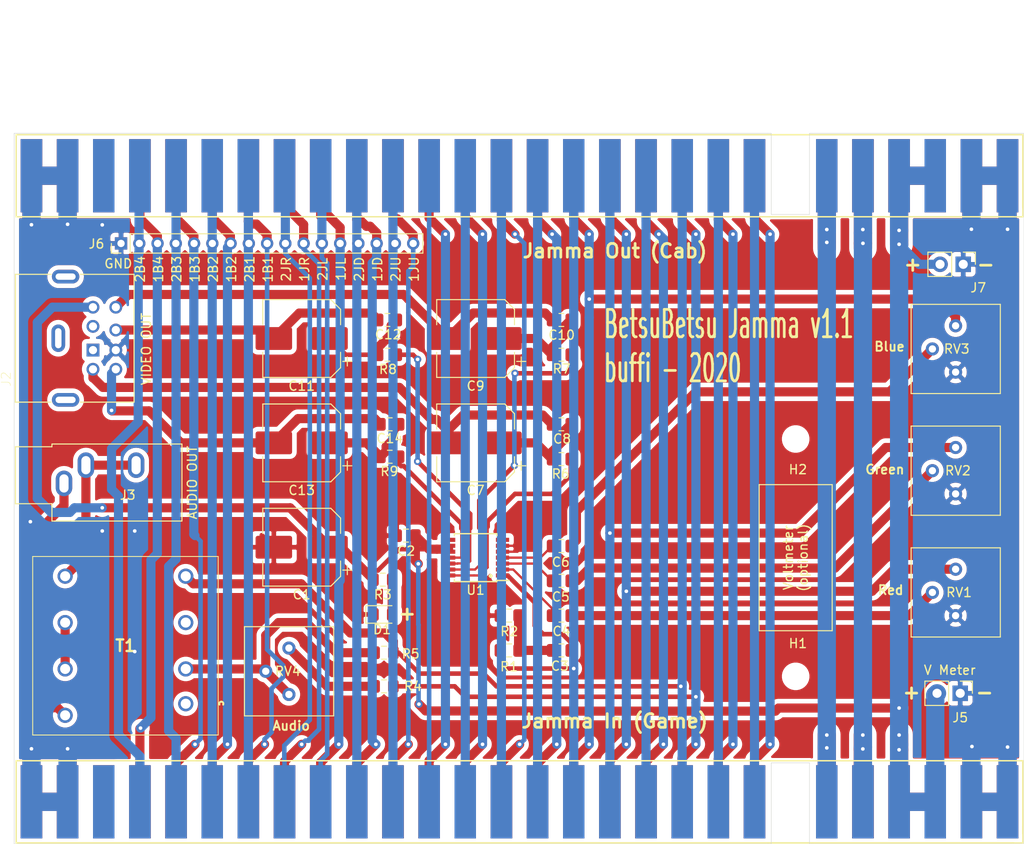
<source format=kicad_pcb>
(kicad_pcb (version 20171130) (host pcbnew "(5.1.5)-3")
  (layers (0 F.Cu signal) (31 B.Cu signal) (34 B.Paste user hide) (35 F.Paste user hide) (36 B.SilkS user) (37 F.SilkS user) (38 B.Mask user hide) (39 F.Mask user hide) (44 Edge.Cuts user))
  (net 0 "")
  (net 1 GND)
  (net 2 +5V)
  (net 3 CSYNC_OUT)
  (net 4 RED_OUT)
  (net 5 GREEN_OUT)
  (net 6 SYNC_IN)
  (net 7 RED_IN)
  (net 8 GREEN_IN)
  (net 9 BLUE_IN)
  (net 10 BLUE_OUT)
  (net 11 -AUDIO_IN)
  (net 12 +AUDIO_IN)
  (net 13 "Net-(D1-Pad2)")
  (net 14 "Net-(T1-Pad6)")
  (net 15 "Net-(J3-PadR)")
  (net 16 "Net-(R4-Pad2)")
  (net 17 "Net-(J3-PadS)")
  (net 18 "Net-(C3-Pad2)")
  (net 19 "Net-(C3-Pad1)")
  (net 20 "Net-(C4-Pad1)")
  (net 21 "Net-(C4-Pad2)")
  (net 22 "Net-(C5-Pad1)")
  (net 23 "Net-(C5-Pad2)")
  (net 24 "Net-(C6-Pad1)")
  (net 25 "Net-(C6-Pad2)")
  (net 26 "Net-(C7-Pad1)")
  (net 27 "Net-(C10-Pad2)")
  (net 28 "Net-(C11-Pad1)")
  (net 29 "Net-(C13-Pad1)")
  (net 30 P1_D)
  (net 31 P1_C)
  (net 32 P1_B)
  (net 33 P1_A)
  (net 34 P1_RIGHT)
  (net 35 P1_LEFT)
  (net 36 P1_DOWN)
  (net 37 P1_UP)
  (net 38 P1_START)
  (net 39 COIN1)
  (net 40 TEST)
  (net 41 VIDEO_GND)
  (net 42 UNUSED11)
  (net 43 LOCKOUT1)
  (net 44 METER1)
  (net 45 +12V)
  (net 46 -5V)
  (net 47 METER2)
  (net 48 LOCKOUT2)
  (net 49 UNUSED39)
  (net 50 SERVICE)
  (net 51 TILT)
  (net 52 COIN2)
  (net 53 P2_START)
  (net 54 P2_UP)
  (net 55 P2_DOWN)
  (net 56 P2_LEFT)
  (net 57 P2_RIGHT)
  (net 58 P2_A)
  (net 59 P2_B)
  (net 60 P2_C)
  (net 61 P2_D)
  (net 62 "Net-(R6-Pad2)")
  (net 63 "Net-(R7-Pad2)")
  (net 64 "Net-(R8-Pad2)")
  (net 65 "Net-(R9-Pad2)")
  (net 66 "Net-(J1-Pad26)")
  (net 67 "Net-(J1-Padd)")
  (net 68 "Net-(J4-Padd)")
  (net 69 "Net-(J4-Pad26)")
  (net 70 "Net-(R5-Pad2)")
  (module MountingHole:MountingHole_2mm (layer F.Cu) (at 182 90)
    (fp_text reference H2 (at 0.245 3.345) (layer F.SilkS))
    (fp_text value "V METER HOLE (2mm)")
    (pad "" np_thru_hole circle (at 0 0) (size 2 2) (drill 2) (layers *.Cu *.Mask))
  )
  (module MountingHole:MountingHole_2mm (layer F.Cu) (at 182 116)
    (fp_text reference H1 (at 0.245 -3.605) (layer F.SilkS))
    (fp_text value "V METER HOLE (2mm)")
    (pad "" np_thru_hole circle (at 0 0) (size 2 2) (drill 2) (layers *.Cu *.Mask))
  )
  (module Connector_PinHeader_2.54mm:PinHeader_1x02_P2.54mm_Vertical (layer F.Cu) (at 200.3552 70.866 270)
    (fp_text reference J7 (at 2.565573 -1.646562 180) (layer F.SilkS))
    (fp_text value 5V)
    (pad 2 thru_hole oval (at 0 2.54 270) (size 1.7 1.7) (drill 1) (layers *.Cu *.Mask) (net 2 +5V))
    (pad 1 thru_hole rect (at 0 0 270) (size 1.7 1.7) (drill 1) (layers *.Cu *.Mask) (net 1 GND))
  )
  (module Connector_PinHeader_2.00mm:PinHeader_1x17_P2.00mm_Vertical (layer F.Cu) (at 108.1024 68.58 90)
    (fp_text reference J6 (at -0.0508 -2.6924 180) (layer F.SilkS))
    (fp_text value Conn_01x17)
    (pad 17 thru_hole oval (at 0 32 90) (size 1.35 1.35) (drill 0.8) (layers *.Cu *.Mask) (net 37 P1_UP))
    (pad 16 thru_hole oval (at 0 30 90) (size 1.35 1.35) (drill 0.8) (layers *.Cu *.Mask) (net 54 P2_UP))
    (pad 15 thru_hole oval (at 0 28 90) (size 1.35 1.35) (drill 0.8) (layers *.Cu *.Mask) (net 36 P1_DOWN))
    (pad 14 thru_hole oval (at 0 26 90) (size 1.35 1.35) (drill 0.8) (layers *.Cu *.Mask) (net 55 P2_DOWN))
    (pad 13 thru_hole oval (at 0 24 90) (size 1.35 1.35) (drill 0.8) (layers *.Cu *.Mask) (net 35 P1_LEFT))
    (pad 12 thru_hole oval (at 0 22 90) (size 1.35 1.35) (drill 0.8) (layers *.Cu *.Mask) (net 56 P2_LEFT))
    (pad 11 thru_hole oval (at 0 20 90) (size 1.35 1.35) (drill 0.8) (layers *.Cu *.Mask) (net 34 P1_RIGHT))
    (pad 10 thru_hole oval (at 0 18 90) (size 1.35 1.35) (drill 0.8) (layers *.Cu *.Mask) (net 57 P2_RIGHT))
    (pad 9 thru_hole oval (at 0 16 90) (size 1.35 1.35) (drill 0.8) (layers *.Cu *.Mask) (net 33 P1_A))
    (pad 8 thru_hole oval (at 0 14 90) (size 1.35 1.35) (drill 0.8) (layers *.Cu *.Mask) (net 58 P2_A))
    (pad 7 thru_hole oval (at 0 12 90) (size 1.35 1.35) (drill 0.8) (layers *.Cu *.Mask) (net 32 P1_B))
    (pad 6 thru_hole oval (at 0 10 90) (size 1.35 1.35) (drill 0.8) (layers *.Cu *.Mask) (net 59 P2_B))
    (pad 5 thru_hole oval (at 0 8 90) (size 1.35 1.35) (drill 0.8) (layers *.Cu *.Mask) (net 31 P1_C))
    (pad 4 thru_hole oval (at 0 6 90) (size 1.35 1.35) (drill 0.8) (layers *.Cu *.Mask) (net 60 P2_C))
    (pad 3 thru_hole oval (at 0 4 90) (size 1.35 1.35) (drill 0.8) (layers *.Cu *.Mask) (net 30 P1_D))
    (pad 2 thru_hole oval (at 0 2 90) (size 1.35 1.35) (drill 0.8) (layers *.Cu *.Mask) (net 61 P2_D))
    (pad 1 thru_hole rect (at 0 0 90) (size 1.35 1.35) (drill 0.8) (layers *.Cu *.Mask) (net 1 GND))
  )
  (module Potentiometer_THT:Potentiometer_Bourns_3386P_Vertical (layer F.Cu) (at 126.492 112.903 180)
    (fp_text reference RV4 (at 0.127 -2.54) (layer F.SilkS))
    (fp_text value 500)
    (pad 1 thru_hole circle (at 0 0 180) (size 1.44 1.44) (drill 0.8) (layers *.Cu *.Mask) (net 16 "Net-(R4-Pad2)"))
    (pad 2 thru_hole circle (at 2.54 -2.54 180) (size 1.44 1.44) (drill 0.8) (layers *.Cu *.Mask) (net 70 "Net-(R5-Pad2)"))
    (pad 3 thru_hole circle (at 0 -5.08 180) (size 1.44 1.44) (drill 0.8) (layers *.Cu *.Mask) (net 70 "Net-(R5-Pad2)"))
  )
  (module Connector_PinHeader_2.54mm:PinHeader_1x02_P2.54mm_Vertical (layer F.Cu) (at 200.025 117.856 270)
    (fp_text reference J5 (at 2.667 0 180) (layer F.SilkS))
    (fp_text value "V Meter" (at -2.54 1.143 180) (layer F.SilkS))
    (pad 2 thru_hole oval (at 0 2.54 270) (size 1.7 1.7) (drill 1) (layers *.Cu *.Mask) (net 2 +5V))
    (pad 1 thru_hole rect (at 0 0 270) (size 1.7 1.7) (drill 1) (layers *.Cu *.Mask) (net 1 GND))
  )
  (module jamma_connector:JAMMA-56 (layer F.Cu) (at 150.749 42.164 180)
    (fp_text reference J1 hide)
    (fp_text value "Jamma Out (Cab)")
    (pad f smd rect (at 52.46 -19 180) (size 2.35 8) (layers B.Cu F.Paste F.Mask) (net 1 GND))
    (pad e smd rect (at 48.5 -19 180) (size 2.35 8) (layers B.Cu F.Paste F.Mask) (net 1 GND))
    (pad d smd rect (at 44.54 -19 180) (size 2.35 8) (layers B.Cu F.Paste F.Mask) (net 67 "Net-(J1-Padd)"))
    (pad c smd rect (at 40.58 -19 180) (size 2.35 8) (layers B.Cu F.Paste F.Mask) (net 61 P2_D))
    (pad b smd rect (at 36.62 -19 180) (size 2.35 8) (layers B.Cu F.Paste F.Mask) (net 60 P2_C))
    (pad a smd rect (at 32.66 -19 180) (size 2.35 8) (layers B.Cu F.Paste F.Mask) (net 59 P2_B))
    (pad Z smd rect (at 28.7 -19 180) (size 2.35 8) (layers B.Cu F.Paste F.Mask) (net 58 P2_A))
    (pad Y smd rect (at 24.74 -19 180) (size 2.35 8) (layers B.Cu F.Paste F.Mask) (net 57 P2_RIGHT))
    (pad X smd rect (at 20.78 -19 180) (size 2.35 8) (layers B.Cu F.Paste F.Mask) (net 56 P2_LEFT))
    (pad W smd rect (at 16.82 -19 180) (size 2.35 8) (layers B.Cu F.Paste F.Mask) (net 55 P2_DOWN))
    (pad V smd rect (at 12.86 -19 180) (size 2.35 8) (layers B.Cu F.Paste F.Mask) (net 54 P2_UP))
    (pad U smd rect (at 8.9 -19 180) (size 2.35 8) (layers B.Cu F.Paste F.Mask) (net 53 P2_START))
    (pad T smd rect (at 4.94 -19 180) (size 2.35 8) (layers B.Cu F.Paste F.Mask) (net 52 COIN2))
    (pad S smd rect (at 0.98 -19 180) (size 2.35 8) (layers B.Cu F.Paste F.Mask) (net 51 TILT))
    (pad R smd rect (at -2.98 -19 180) (size 2.35 8) (layers B.Cu F.Paste F.Mask) (net 50 SERVICE))
    (pad P smd rect (at -6.94 -19 180) (size 2.35 8) (layers B.Cu F.Paste F.Mask) (net 6 SYNC_IN))
    (pad N smd rect (at -10.9 -19 180) (size 2.35 8) (layers B.Cu F.Paste F.Mask) (net 8 GREEN_IN))
    (pad M smd rect (at -14.86 -19 180) (size 2.35 8) (layers B.Cu F.Paste F.Mask) (net 49 UNUSED39))
    (pad L smd rect (at -18.82 -19 180) (size 2.35 8) (layers B.Cu F.Paste F.Mask) (net 11 -AUDIO_IN))
    (pad K smd rect (at -22.78 -19 180) (size 2.35 8) (layers B.Cu F.Paste F.Mask) (net 48 LOCKOUT2))
    (pad J smd rect (at -26.74 -19 180) (size 2.35 8) (layers B.Cu F.Paste F.Mask) (net 47 METER2))
    (pad F smd rect (at -34.66 -19 180) (size 2.35 8) (layers B.Cu F.Paste F.Mask) (net 45 +12V))
    (pad E smd rect (at -38.62 -19 180) (size 2.35 8) (layers B.Cu F.Paste F.Mask) (net 46 -5V))
    (pad D smd rect (at -42.58 -19 180) (size 2.35 8) (layers B.Cu F.Paste F.Mask) (net 2 +5V))
    (pad C smd rect (at -46.54 -19 180) (size 2.35 8) (layers B.Cu F.Paste F.Mask) (net 2 +5V))
    (pad B smd rect (at -50.5 -19 180) (size 2.35 8) (layers B.Cu F.Paste F.Mask) (net 1 GND))
    (pad A smd rect (at -54.46 -19 180) (size 2.35 8) (layers B.Cu F.Paste F.Mask) (net 1 GND))
    (pad 1 smd rect (at -54.46 -19 180) (size 2.35 8) (layers F.Cu F.Paste F.Mask) (net 1 GND))
    (pad 2 smd rect (at -50.5 -19 180) (size 2.35 8) (layers F.Cu F.Paste F.Mask) (net 1 GND))
    (pad 3 smd rect (at -46.54 -19 180) (size 2.35 8) (layers F.Cu F.Paste F.Mask) (net 2 +5V))
    (pad 4 smd rect (at -42.58 -19 180) (size 2.35 8) (layers F.Cu F.Paste F.Mask) (net 2 +5V))
    (pad 5 smd rect (at -38.62 -19 180) (size 2.35 8) (layers F.Cu F.Paste F.Mask) (net 46 -5V))
    (pad 6 smd rect (at -34.66 -19 180) (size 2.35 8) (layers F.Cu F.Paste F.Mask) (net 45 +12V))
    (pad 8 smd rect (at -26.74 -19 180) (size 2.35 8) (layers F.Cu F.Paste F.Mask) (net 44 METER1))
    (pad 9 smd rect (at -22.78 -19 180) (size 2.35 8) (layers F.Cu F.Paste F.Mask) (net 43 LOCKOUT1))
    (pad 10 smd rect (at -18.82 -19 180) (size 2.35 8) (layers F.Cu F.Paste F.Mask) (net 12 +AUDIO_IN))
    (pad 11 smd rect (at -14.86 -19 180) (size 2.35 8) (layers F.Cu F.Paste F.Mask) (net 42 UNUSED11))
    (pad 12 smd rect (at -10.9 -19 180) (size 2.35 8) (layers F.Cu F.Paste F.Mask) (net 7 RED_IN))
    (pad 13 smd rect (at -6.94 -19 180) (size 2.35 8) (layers F.Cu F.Paste F.Mask) (net 9 BLUE_IN))
    (pad 14 smd rect (at -2.98 -19 180) (size 2.35 8) (layers F.Cu F.Paste F.Mask) (net 41 VIDEO_GND))
    (pad 15 smd rect (at 0.98 -19 180) (size 2.35 8) (layers F.Cu F.Paste F.Mask) (net 40 TEST))
    (pad 16 smd rect (at 4.94 -19 180) (size 2.35 8) (layers F.Cu F.Paste F.Mask) (net 39 COIN1))
    (pad 17 smd rect (at 8.9 -19 180) (size 2.35 8) (layers F.Cu F.Paste F.Mask) (net 38 P1_START))
    (pad 18 smd rect (at 12.86 -19 180) (size 2.35 8) (layers F.Cu F.Paste F.Mask) (net 37 P1_UP))
    (pad 19 smd rect (at 16.82 -19 180) (size 2.35 8) (layers F.Cu F.Paste F.Mask) (net 36 P1_DOWN))
    (pad 20 smd rect (at 20.78 -19 180) (size 2.35 8) (layers F.Cu F.Paste F.Mask) (net 35 P1_LEFT))
    (pad 21 smd rect (at 24.74 -19 180) (size 2.35 8) (layers F.Cu F.Paste F.Mask) (net 34 P1_RIGHT))
    (pad 22 smd rect (at 28.7 -19 180) (size 2.35 8) (layers F.Cu F.Paste F.Mask) (net 33 P1_A))
    (pad 23 smd rect (at 32.66 -19 180) (size 2.35 8) (layers F.Cu F.Paste F.Mask) (net 32 P1_B))
    (pad 24 smd rect (at 36.62 -19 180) (size 2.35 8) (layers F.Cu F.Paste F.Mask) (net 31 P1_C))
    (pad 25 smd rect (at 40.58 -19 180) (size 2.35 8) (layers F.Cu F.Paste F.Mask) (net 30 P1_D))
    (pad 26 smd rect (at 44.54 -19 180) (size 2.35 8) (layers F.Cu F.Paste F.Mask) (net 66 "Net-(J1-Pad26)"))
    (pad 27 smd rect (at 48.5 -19 180) (size 2.35 8) (layers F.Cu F.Paste F.Mask) (net 1 GND))
    (pad 28 smd rect (at 52.46 -19 180) (size 2.35 8) (layers F.Cu F.Paste F.Mask) (net 1 GND))
    (pad 24 smd rect (at 36.62 -19 180) (size 2.35 8) (layers F.Cu F.Paste F.Mask) (net 31 P1_C))
    (pad 28 smd rect (at 52.46 -19 180) (size 2.35 8) (layers F.Cu F.Paste F.Mask) (net 1 GND))
    (pad 22 smd rect (at 28.7 -19 180) (size 2.35 8) (layers F.Cu F.Paste F.Mask) (net 33 P1_A))
    (pad 27 smd rect (at 48.5 -19 180) (size 2.35 8) (layers F.Cu F.Paste F.Mask) (net 1 GND))
    (pad 23 smd rect (at 32.66 -19 180) (size 2.35 8) (layers F.Cu F.Paste F.Mask) (net 32 P1_B))
    (pad 25 smd rect (at 40.58 -19 180) (size 2.35 8) (layers F.Cu F.Paste F.Mask) (net 30 P1_D))
    (pad 26 smd rect (at 44.54 -19 180) (size 2.35 8) (layers F.Cu F.Paste F.Mask) (net 66 "Net-(J1-Pad26)"))
    (pad 21 smd rect (at 24.74 -19 180) (size 2.35 8) (layers F.Cu F.Paste F.Mask) (net 34 P1_RIGHT))
    (pad Y smd rect (at 24.74 -19 180) (size 2.35 8) (layers B.Cu F.Paste F.Mask) (net 57 P2_RIGHT))
    (pad 18 smd rect (at 12.86 -19 180) (size 2.35 8) (layers F.Cu F.Paste F.Mask) (net 37 P1_UP))
    (pad d smd rect (at 44.54 -19 180) (size 2.35 8) (layers B.Cu F.Paste F.Mask) (net 67 "Net-(J1-Padd)"))
    (pad 17 smd rect (at 8.9 -19 180) (size 2.35 8) (layers F.Cu F.Paste F.Mask) (net 38 P1_START))
    (pad 16 smd rect (at 4.94 -19 180) (size 2.35 8) (layers F.Cu F.Paste F.Mask) (net 39 COIN1))
    (pad R smd rect (at -2.98 -19 180) (size 2.35 8) (layers B.Cu F.Paste F.Mask) (net 50 SERVICE))
    (pad 12 smd rect (at -10.9 -19 180) (size 2.35 8) (layers F.Cu F.Paste F.Mask) (net 7 RED_IN))
    (pad 5 smd rect (at -38.62 -19 180) (size 2.35 8) (layers F.Cu F.Paste F.Mask) (net 46 -5V))
    (pad A smd rect (at -54.46 -19 180) (size 2.35 8) (layers B.Cu F.Paste F.Mask) (net 1 GND))
    (pad B smd rect (at -50.5 -19 180) (size 2.35 8) (layers B.Cu F.Paste F.Mask) (net 1 GND))
    (pad N smd rect (at -10.9 -19 180) (size 2.35 8) (layers B.Cu F.Paste F.Mask) (net 8 GREEN_IN))
    (pad V smd rect (at 12.86 -19 180) (size 2.35 8) (layers B.Cu F.Paste F.Mask) (net 54 P2_UP))
    (pad f smd rect (at 52.46 -19 180) (size 2.35 8) (layers B.Cu F.Paste F.Mask) (net 1 GND))
    (pad T smd rect (at 4.94 -19 180) (size 2.35 8) (layers B.Cu F.Paste F.Mask) (net 52 COIN2))
    (pad 15 smd rect (at 0.98 -19 180) (size 2.35 8) (layers F.Cu F.Paste F.Mask) (net 40 TEST))
    (pad 14 smd rect (at -2.98 -19 180) (size 2.35 8) (layers F.Cu F.Paste F.Mask) (net 41 VIDEO_GND))
    (pad W smd rect (at 16.82 -19 180) (size 2.35 8) (layers B.Cu F.Paste F.Mask) (net 55 P2_DOWN))
    (pad 10 smd rect (at -18.82 -19 180) (size 2.35 8) (layers F.Cu F.Paste F.Mask) (net 12 +AUDIO_IN))
    (pad b smd rect (at 36.62 -19 180) (size 2.35 8) (layers B.Cu F.Paste F.Mask) (net 60 P2_C))
    (pad M smd rect (at -14.86 -19 180) (size 2.35 8) (layers B.Cu F.Paste F.Mask) (net 49 UNUSED39))
    (pad 9 smd rect (at -22.78 -19 180) (size 2.35 8) (layers F.Cu F.Paste F.Mask) (net 43 LOCKOUT1))
    (pad S smd rect (at 0.98 -19 180) (size 2.35 8) (layers B.Cu F.Paste F.Mask) (net 51 TILT))
    (pad 4 smd rect (at -42.58 -19 180) (size 2.35 8) (layers F.Cu F.Paste F.Mask) (net 2 +5V))
    (pad 3 smd rect (at -46.54 -19 180) (size 2.35 8) (layers F.Cu F.Paste F.Mask) (net 2 +5V))
    (pad L smd rect (at -18.82 -19 180) (size 2.35 8) (layers B.Cu F.Paste F.Mask) (net 11 -AUDIO_IN))
    (pad c smd rect (at 40.58 -19 180) (size 2.35 8) (layers B.Cu F.Paste F.Mask) (net 61 P2_D))
    (pad K smd rect (at -22.78 -19 180) (size 2.35 8) (layers B.Cu F.Paste F.Mask) (net 48 LOCKOUT2))
    (pad P smd rect (at -6.94 -19 180) (size 2.35 8) (layers B.Cu F.Paste F.Mask) (net 6 SYNC_IN))
    (pad 2 smd rect (at -50.5 -19 180) (size 2.35 8) (layers F.Cu F.Paste F.Mask) (net 1 GND))
    (pad J smd rect (at -26.74 -19 180) (size 2.35 8) (layers B.Cu F.Paste F.Mask) (net 47 METER2))
    (pad 1 smd rect (at -54.46 -19 180) (size 2.35 8) (layers F.Cu F.Paste F.Mask) (net 1 GND))
    (pad C smd rect (at -46.54 -19 180) (size 2.35 8) (layers B.Cu F.Paste F.Mask) (net 2 +5V))
    (pad U smd rect (at 8.9 -19 180) (size 2.35 8) (layers B.Cu F.Paste F.Mask) (net 53 P2_START))
    (pad e smd rect (at 48.5 -19 180) (size 2.35 8) (layers B.Cu F.Paste F.Mask) (net 1 GND))
    (pad a smd rect (at 32.66 -19 180) (size 2.35 8) (layers B.Cu F.Paste F.Mask) (net 59 P2_B))
    (pad X smd rect (at 20.78 -19 180) (size 2.35 8) (layers B.Cu F.Paste F.Mask) (net 56 P2_LEFT))
    (pad 13 smd rect (at -6.94 -19 180) (size 2.35 8) (layers F.Cu F.Paste F.Mask) (net 9 BLUE_IN))
    (pad Z smd rect (at 28.7 -19 180) (size 2.35 8) (layers B.Cu F.Paste F.Mask) (net 58 P2_A))
    (pad 11 smd rect (at -14.86 -19 180) (size 2.35 8) (layers F.Cu F.Paste F.Mask) (net 42 UNUSED11))
    (pad F smd rect (at -34.66 -19 180) (size 2.35 8) (layers B.Cu F.Paste F.Mask) (net 45 +12V))
    (pad D smd rect (at -42.58 -19 180) (size 2.35 8) (layers B.Cu F.Paste F.Mask) (net 2 +5V))
    (pad 8 smd rect (at -26.74 -19 180) (size 2.35 8) (layers F.Cu F.Paste F.Mask) (net 44 METER1))
    (pad E smd rect (at -38.62 -19 180) (size 2.35 8) (layers B.Cu F.Paste F.Mask) (net 46 -5V))
    (pad 6 smd rect (at -34.66 -19 180) (size 2.35 8) (layers F.Cu F.Paste F.Mask) (net 45 +12V))
    (pad 20 smd rect (at 20.78 -19 180) (size 2.35 8) (layers F.Cu F.Paste F.Mask) (net 35 P1_LEFT))
    (pad 19 smd rect (at 16.82 -19 180) (size 2.35 8) (layers F.Cu F.Paste F.Mask) (net 36 P1_DOWN))
  )
  (module MD-80SM-Connector:MD-80SM (layer F.Cu) (at 105.029 80.264 90)
    (fp_text reference J2 (at -3.17546 -9.51137 90) (layer F.SilkS) (effects (font (size 1.00172 1.00172) (thickness 0.05))))
    (fp_text value "VIDEO OUT" (at 0.127 5.842 90) (layer F.SilkS) (effects (font (size 1.00161 1.00161))))
    (fp_line (start 8.4 -4.1) (end 8.4 -1.9) (layer Edge.Cuts) (width 0.0001))
    (fp_line (start 7.7 -4.1) (end 8.4 -4.1) (layer Edge.Cuts) (width 0.0001))
    (fp_line (start 7.7 -1.9) (end 7.7 -4.1) (layer Edge.Cuts) (width 0.0001))
    (fp_line (start 8.4 -1.9) (end 7.7 -1.9) (layer Edge.Cuts) (width 0.0001))
    (fp_line (start -5.1 -4.1) (end -5.1 -1.9) (layer Edge.Cuts) (width 0.0001))
    (fp_line (start -5.8 -4.1) (end -5.1 -4.1) (layer Edge.Cuts) (width 0.0001))
    (fp_line (start -5.8 -1.9) (end -5.8 -4.1) (layer Edge.Cuts) (width 0.0001))
    (fp_line (start -5.1 -1.9) (end -5.8 -1.9) (layer Edge.Cuts) (width 0.0001))
    (fp_line (start 2.4 -3.45) (end 0.2 -3.45) (layer Edge.Cuts) (width 0.0001))
    (fp_line (start 2.4 -4.15) (end 2.4 -3.45) (layer Edge.Cuts) (width 0.0001))
    (fp_line (start 0.2 -4.15) (end 2.4 -4.15) (layer Edge.Cuts) (width 0.0001))
    (fp_line (start 0.2 -3.45) (end 0.2 -4.15) (layer Edge.Cuts) (width 0.0001))
    (pad S3 thru_hole oval (at 1.3 -3.8 270) (size 3 1.5) (drill oval 2.2 0.7) (layers *.Cu *.Mask))
    (pad S2 thru_hole oval (at 8.05 -3 180) (size 3 1.5) (drill oval 2.2 0.7) (layers *.Cu *.Mask))
    (pad S1 thru_hole oval (at -5.45 -3 180) (size 3 1.5) (drill oval 2.2 0.7) (layers *.Cu *.Mask))
    (pad 6 thru_hole circle (at -2.1 2.5 90) (size 1.408 1.408) (drill 0.9) (layers *.Cu *.Mask) (net 10 BLUE_OUT))
    (pad 7 thru_hole circle (at 2.2 2.5 90) (size 1.408 1.408) (drill 0.9) (layers *.Cu *.Mask) (net 5 GREEN_OUT))
    (pad 8 thru_hole circle (at 4.7 2.5 90) (size 1.408 1.408) (drill 0.9) (layers *.Cu *.Mask) (net 4 RED_OUT))
    (pad 3 thru_hole circle (at -2.1 0 90) (size 1.408 1.408) (drill 0.9) (layers *.Cu *.Mask) (net 3 CSYNC_OUT))
    (pad 4 thru_hole circle (at 0 2.5 90) (size 1.408 1.408) (drill 0.9) (layers *.Cu *.Mask) (net 1 GND))
    (pad 5 thru_hole circle (at 4.7 0 90) (size 1.408 1.408) (drill 0.9) (layers *.Cu *.Mask) (net 2 +5V))
    (pad 2 thru_hole circle (at 2.6 0 90) (size 1.408 1.408) (drill 0.9) (layers *.Cu *.Mask))
    (pad 1 thru_hole rect (at 0 0 90) (size 1.408 1.408) (drill 0.9) (layers *.Cu *.Mask))
  )
  (module jamma_connector:JAMMA-56 (layer F.Cu) (at 150.749 110.744 180)
    (fp_text reference J4 hide)
    (fp_text value "Jamma In (Game)")
    (pad f smd rect (at 52.46 -19 180) (size 2.35 8) (layers B.Cu F.Paste F.Mask) (net 1 GND))
    (pad e smd rect (at 48.5 -19 180) (size 2.35 8) (layers B.Cu F.Paste F.Mask) (net 1 GND))
    (pad d smd rect (at 44.54 -19 180) (size 2.35 8) (layers B.Cu F.Paste F.Mask) (net 68 "Net-(J4-Padd)"))
    (pad c smd rect (at 40.58 -19 180) (size 2.35 8) (layers B.Cu F.Paste F.Mask) (net 61 P2_D))
    (pad b smd rect (at 36.62 -19 180) (size 2.35 8) (layers B.Cu F.Paste F.Mask) (net 60 P2_C))
    (pad a smd rect (at 32.66 -19 180) (size 2.35 8) (layers B.Cu F.Paste F.Mask) (net 59 P2_B))
    (pad Z smd rect (at 28.7 -19 180) (size 2.35 8) (layers B.Cu F.Paste F.Mask) (net 58 P2_A))
    (pad Y smd rect (at 24.74 -19 180) (size 2.35 8) (layers B.Cu F.Paste F.Mask) (net 57 P2_RIGHT))
    (pad X smd rect (at 20.78 -19 180) (size 2.35 8) (layers B.Cu F.Paste F.Mask) (net 56 P2_LEFT))
    (pad W smd rect (at 16.82 -19 180) (size 2.35 8) (layers B.Cu F.Paste F.Mask) (net 55 P2_DOWN))
    (pad V smd rect (at 12.86 -19 180) (size 2.35 8) (layers B.Cu F.Paste F.Mask) (net 54 P2_UP))
    (pad U smd rect (at 8.9 -19 180) (size 2.35 8) (layers B.Cu F.Paste F.Mask) (net 53 P2_START))
    (pad T smd rect (at 4.94 -19 180) (size 2.35 8) (layers B.Cu F.Paste F.Mask) (net 52 COIN2))
    (pad S smd rect (at 0.98 -19 180) (size 2.35 8) (layers B.Cu F.Paste F.Mask) (net 51 TILT))
    (pad R smd rect (at -2.98 -19 180) (size 2.35 8) (layers B.Cu F.Paste F.Mask) (net 50 SERVICE))
    (pad P smd rect (at -6.94 -19 180) (size 2.35 8) (layers B.Cu F.Paste F.Mask) (net 6 SYNC_IN))
    (pad N smd rect (at -10.9 -19 180) (size 2.35 8) (layers B.Cu F.Paste F.Mask) (net 8 GREEN_IN))
    (pad M smd rect (at -14.86 -19 180) (size 2.35 8) (layers B.Cu F.Paste F.Mask) (net 49 UNUSED39))
    (pad L smd rect (at -18.82 -19 180) (size 2.35 8) (layers B.Cu F.Paste F.Mask) (net 11 -AUDIO_IN))
    (pad K smd rect (at -22.78 -19 180) (size 2.35 8) (layers B.Cu F.Paste F.Mask) (net 48 LOCKOUT2))
    (pad J smd rect (at -26.74 -19 180) (size 2.35 8) (layers B.Cu F.Paste F.Mask) (net 47 METER2))
    (pad F smd rect (at -34.66 -19 180) (size 2.35 8) (layers B.Cu F.Paste F.Mask) (net 45 +12V))
    (pad E smd rect (at -38.62 -19 180) (size 2.35 8) (layers B.Cu F.Paste F.Mask) (net 46 -5V))
    (pad D smd rect (at -42.58 -19 180) (size 2.35 8) (layers B.Cu F.Paste F.Mask) (net 2 +5V))
    (pad C smd rect (at -46.54 -19 180) (size 2.35 8) (layers B.Cu F.Paste F.Mask) (net 2 +5V))
    (pad B smd rect (at -50.5 -19 180) (size 2.35 8) (layers B.Cu F.Paste F.Mask) (net 1 GND))
    (pad A smd rect (at -54.46 -19 180) (size 2.35 8) (layers B.Cu F.Paste F.Mask) (net 1 GND))
    (pad 1 smd rect (at -54.46 -19 180) (size 2.35 8) (layers F.Cu F.Paste F.Mask) (net 1 GND))
    (pad 2 smd rect (at -50.5 -19 180) (size 2.35 8) (layers F.Cu F.Paste F.Mask) (net 1 GND))
    (pad 3 smd rect (at -46.54 -19 180) (size 2.35 8) (layers F.Cu F.Paste F.Mask) (net 2 +5V))
    (pad 4 smd rect (at -42.58 -19 180) (size 2.35 8) (layers F.Cu F.Paste F.Mask) (net 2 +5V))
    (pad 5 smd rect (at -38.62 -19 180) (size 2.35 8) (layers F.Cu F.Paste F.Mask) (net 46 -5V))
    (pad 6 smd rect (at -34.66 -19 180) (size 2.35 8) (layers F.Cu F.Paste F.Mask) (net 45 +12V))
    (pad 8 smd rect (at -26.74 -19 180) (size 2.35 8) (layers F.Cu F.Paste F.Mask) (net 44 METER1))
    (pad 9 smd rect (at -22.78 -19 180) (size 2.35 8) (layers F.Cu F.Paste F.Mask) (net 43 LOCKOUT1))
    (pad 10 smd rect (at -18.82 -19 180) (size 2.35 8) (layers F.Cu F.Paste F.Mask) (net 12 +AUDIO_IN))
    (pad 11 smd rect (at -14.86 -19 180) (size 2.35 8) (layers F.Cu F.Paste F.Mask) (net 42 UNUSED11))
    (pad 12 smd rect (at -10.9 -19 180) (size 2.35 8) (layers F.Cu F.Paste F.Mask) (net 7 RED_IN))
    (pad 13 smd rect (at -6.94 -19 180) (size 2.35 8) (layers F.Cu F.Paste F.Mask) (net 9 BLUE_IN))
    (pad 14 smd rect (at -2.98 -19 180) (size 2.35 8) (layers F.Cu F.Paste F.Mask) (net 41 VIDEO_GND))
    (pad 15 smd rect (at 0.98 -19 180) (size 2.35 8) (layers F.Cu F.Paste F.Mask) (net 40 TEST))
    (pad 16 smd rect (at 4.94 -19 180) (size 2.35 8) (layers F.Cu F.Paste F.Mask) (net 39 COIN1))
    (pad 17 smd rect (at 8.9 -19 180) (size 2.35 8) (layers F.Cu F.Paste F.Mask) (net 38 P1_START))
    (pad 18 smd rect (at 12.86 -19 180) (size 2.35 8) (layers F.Cu F.Paste F.Mask) (net 37 P1_UP))
    (pad 19 smd rect (at 16.82 -19 180) (size 2.35 8) (layers F.Cu F.Paste F.Mask) (net 36 P1_DOWN))
    (pad 20 smd rect (at 20.78 -19 180) (size 2.35 8) (layers F.Cu F.Paste F.Mask) (net 35 P1_LEFT))
    (pad 21 smd rect (at 24.74 -19 180) (size 2.35 8) (layers F.Cu F.Paste F.Mask) (net 34 P1_RIGHT))
    (pad 22 smd rect (at 28.7 -19 180) (size 2.35 8) (layers F.Cu F.Paste F.Mask) (net 33 P1_A))
    (pad 23 smd rect (at 32.66 -19 180) (size 2.35 8) (layers F.Cu F.Paste F.Mask) (net 32 P1_B))
    (pad 24 smd rect (at 36.62 -19 180) (size 2.35 8) (layers F.Cu F.Paste F.Mask) (net 31 P1_C))
    (pad 25 smd rect (at 40.58 -19 180) (size 2.35 8) (layers F.Cu F.Paste F.Mask) (net 30 P1_D))
    (pad 26 smd rect (at 44.54 -19 180) (size 2.35 8) (layers F.Cu F.Paste F.Mask) (net 69 "Net-(J4-Pad26)"))
    (pad 27 smd rect (at 48.5 -19 180) (size 2.35 8) (layers F.Cu F.Paste F.Mask) (net 1 GND))
    (pad 28 smd rect (at 52.46 -19 180) (size 2.35 8) (layers F.Cu F.Paste F.Mask) (net 1 GND))
    (pad 24 smd rect (at 36.62 -19 180) (size 2.35 8) (layers F.Cu F.Paste F.Mask) (net 31 P1_C))
    (pad 28 smd rect (at 52.46 -19 180) (size 2.35 8) (layers F.Cu F.Paste F.Mask) (net 1 GND))
    (pad 22 smd rect (at 28.7 -19 180) (size 2.35 8) (layers F.Cu F.Paste F.Mask) (net 33 P1_A))
    (pad 27 smd rect (at 48.5 -19 180) (size 2.35 8) (layers F.Cu F.Paste F.Mask) (net 1 GND))
    (pad 23 smd rect (at 32.66 -19 180) (size 2.35 8) (layers F.Cu F.Paste F.Mask) (net 32 P1_B))
    (pad 25 smd rect (at 40.58 -19 180) (size 2.35 8) (layers F.Cu F.Paste F.Mask) (net 30 P1_D))
    (pad 26 smd rect (at 44.54 -19 180) (size 2.35 8) (layers F.Cu F.Paste F.Mask) (net 69 "Net-(J4-Pad26)"))
    (pad 21 smd rect (at 24.74 -19 180) (size 2.35 8) (layers F.Cu F.Paste F.Mask) (net 34 P1_RIGHT))
    (pad Y smd rect (at 24.74 -19 180) (size 2.35 8) (layers B.Cu F.Paste F.Mask) (net 57 P2_RIGHT))
    (pad 18 smd rect (at 12.86 -19 180) (size 2.35 8) (layers F.Cu F.Paste F.Mask) (net 37 P1_UP))
    (pad d smd rect (at 44.54 -19 180) (size 2.35 8) (layers B.Cu F.Paste F.Mask) (net 68 "Net-(J4-Padd)"))
    (pad 17 smd rect (at 8.9 -19 180) (size 2.35 8) (layers F.Cu F.Paste F.Mask) (net 38 P1_START))
    (pad 16 smd rect (at 4.94 -19 180) (size 2.35 8) (layers F.Cu F.Paste F.Mask) (net 39 COIN1))
    (pad R smd rect (at -2.98 -19 180) (size 2.35 8) (layers B.Cu F.Paste F.Mask) (net 50 SERVICE))
    (pad 12 smd rect (at -10.9 -19 180) (size 2.35 8) (layers F.Cu F.Paste F.Mask) (net 7 RED_IN))
    (pad 5 smd rect (at -38.62 -19 180) (size 2.35 8) (layers F.Cu F.Paste F.Mask) (net 46 -5V))
    (pad A smd rect (at -54.46 -19 180) (size 2.35 8) (layers B.Cu F.Paste F.Mask) (net 1 GND))
    (pad B smd rect (at -50.5 -19 180) (size 2.35 8) (layers B.Cu F.Paste F.Mask) (net 1 GND))
    (pad N smd rect (at -10.9 -19 180) (size 2.35 8) (layers B.Cu F.Paste F.Mask) (net 8 GREEN_IN))
    (pad V smd rect (at 12.86 -19 180) (size 2.35 8) (layers B.Cu F.Paste F.Mask) (net 54 P2_UP))
    (pad f smd rect (at 52.46 -19 180) (size 2.35 8) (layers B.Cu F.Paste F.Mask) (net 1 GND))
    (pad T smd rect (at 4.94 -19 180) (size 2.35 8) (layers B.Cu F.Paste F.Mask) (net 52 COIN2))
    (pad 15 smd rect (at 0.98 -19 180) (size 2.35 8) (layers F.Cu F.Paste F.Mask) (net 40 TEST))
    (pad 14 smd rect (at -2.98 -19 180) (size 2.35 8) (layers F.Cu F.Paste F.Mask) (net 41 VIDEO_GND))
    (pad W smd rect (at 16.82 -19 180) (size 2.35 8) (layers B.Cu F.Paste F.Mask) (net 55 P2_DOWN))
    (pad 10 smd rect (at -18.82 -19 180) (size 2.35 8) (layers F.Cu F.Paste F.Mask) (net 12 +AUDIO_IN))
    (pad b smd rect (at 36.62 -19 180) (size 2.35 8) (layers B.Cu F.Paste F.Mask) (net 60 P2_C))
    (pad M smd rect (at -14.86 -19 180) (size 2.35 8) (layers B.Cu F.Paste F.Mask) (net 49 UNUSED39))
    (pad 9 smd rect (at -22.78 -19 180) (size 2.35 8) (layers F.Cu F.Paste F.Mask) (net 43 LOCKOUT1))
    (pad S smd rect (at 0.98 -19 180) (size 2.35 8) (layers B.Cu F.Paste F.Mask) (net 51 TILT))
    (pad 4 smd rect (at -42.58 -19 180) (size 2.35 8) (layers F.Cu F.Paste F.Mask) (net 2 +5V))
    (pad 3 smd rect (at -46.54 -19 180) (size 2.35 8) (layers F.Cu F.Paste F.Mask) (net 2 +5V))
    (pad L smd rect (at -18.82 -19 180) (size 2.35 8) (layers B.Cu F.Paste F.Mask) (net 11 -AUDIO_IN))
    (pad c smd rect (at 40.58 -19 180) (size 2.35 8) (layers B.Cu F.Paste F.Mask) (net 61 P2_D))
    (pad K smd rect (at -22.78 -19 180) (size 2.35 8) (layers B.Cu F.Paste F.Mask) (net 48 LOCKOUT2))
    (pad P smd rect (at -6.94 -19 180) (size 2.35 8) (layers B.Cu F.Paste F.Mask) (net 6 SYNC_IN))
    (pad 2 smd rect (at -50.5 -19 180) (size 2.35 8) (layers F.Cu F.Paste F.Mask) (net 1 GND))
    (pad J smd rect (at -26.74 -19 180) (size 2.35 8) (layers B.Cu F.Paste F.Mask) (net 47 METER2))
    (pad 1 smd rect (at -54.46 -19 180) (size 2.35 8) (layers F.Cu F.Paste F.Mask) (net 1 GND))
    (pad C smd rect (at -46.54 -19 180) (size 2.35 8) (layers B.Cu F.Paste F.Mask) (net 2 +5V))
    (pad U smd rect (at 8.9 -19 180) (size 2.35 8) (layers B.Cu F.Paste F.Mask) (net 53 P2_START))
    (pad e smd rect (at 48.5 -19 180) (size 2.35 8) (layers B.Cu F.Paste F.Mask) (net 1 GND))
    (pad a smd rect (at 32.66 -19 180) (size 2.35 8) (layers B.Cu F.Paste F.Mask) (net 59 P2_B))
    (pad X smd rect (at 20.78 -19 180) (size 2.35 8) (layers B.Cu F.Paste F.Mask) (net 56 P2_LEFT))
    (pad 13 smd rect (at -6.94 -19 180) (size 2.35 8) (layers F.Cu F.Paste F.Mask) (net 9 BLUE_IN))
    (pad Z smd rect (at 28.7 -19 180) (size 2.35 8) (layers B.Cu F.Paste F.Mask) (net 58 P2_A))
    (pad 11 smd rect (at -14.86 -19 180) (size 2.35 8) (layers F.Cu F.Paste F.Mask) (net 42 UNUSED11))
    (pad F smd rect (at -34.66 -19 180) (size 2.35 8) (layers B.Cu F.Paste F.Mask) (net 45 +12V))
    (pad D smd rect (at -42.58 -19 180) (size 2.35 8) (layers B.Cu F.Paste F.Mask) (net 2 +5V))
    (pad 8 smd rect (at -26.74 -19 180) (size 2.35 8) (layers F.Cu F.Paste F.Mask) (net 44 METER1))
    (pad E smd rect (at -38.62 -19 180) (size 2.35 8) (layers B.Cu F.Paste F.Mask) (net 46 -5V))
    (pad 6 smd rect (at -34.66 -19 180) (size 2.35 8) (layers F.Cu F.Paste F.Mask) (net 45 +12V))
    (pad 20 smd rect (at 20.78 -19 180) (size 2.35 8) (layers F.Cu F.Paste F.Mask) (net 35 P1_LEFT))
    (pad 19 smd rect (at 16.82 -19 180) (size 2.35 8) (layers F.Cu F.Paste F.Mask) (net 36 P1_DOWN))
  )
  (module Capacitor_SMD:C_0805_2012Metric_Pad1.15x1.40mm_HandSolder (layer F.Cu) (at 139.319 100.584)
    (fp_text reference C2 (at 0.02178 1.689705) (layer F.SilkS))
    (fp_text value 0.1u)
    (pad 2 smd roundrect (at 1.025 0) (size 1.15 1.4) (layers F.Cu F.Paste F.Mask) (roundrect_rratio 0.217391) (net 2 +5V))
    (pad 1 smd roundrect (at -1.025 0) (size 1.15 1.4) (layers F.Cu F.Paste F.Mask) (roundrect_rratio 0.217391) (net 1 GND))
  )
  (module Capacitor_SMD:C_0805_2012Metric_Pad1.15x1.40mm_HandSolder (layer F.Cu) (at 156.337 113.157 180)
    (fp_text reference C3 (at 0.170743 -1.713722) (layer F.SilkS))
    (fp_text value 0.1u)
    (pad 2 smd roundrect (at 1.025 0 180) (size 1.15 1.4) (layers F.Cu F.Paste F.Mask) (roundrect_rratio 0.217391) (net 18 "Net-(C3-Pad2)"))
    (pad 1 smd roundrect (at -1.025 0 180) (size 1.15 1.4) (layers F.Cu F.Paste F.Mask) (roundrect_rratio 0.217391) (net 19 "Net-(C3-Pad1)"))
  )
  (module Capacitor_SMD:C_0805_2012Metric_Pad1.15x1.40mm_HandSolder (layer F.Cu) (at 156.337 109.347)
    (fp_text reference C4 (at 0.003795 1.717795) (layer F.SilkS))
    (fp_text value 0.1u)
    (pad 2 smd roundrect (at 1.025 0) (size 1.15 1.4) (layers F.Cu F.Paste F.Mask) (roundrect_rratio 0.217391) (net 21 "Net-(C4-Pad2)"))
    (pad 1 smd roundrect (at -1.025 0) (size 1.15 1.4) (layers F.Cu F.Paste F.Mask) (roundrect_rratio 0.217391) (net 20 "Net-(C4-Pad1)"))
  )
  (module Capacitor_SMD:C_0805_2012Metric_Pad1.15x1.40mm_HandSolder (layer F.Cu) (at 156.337 105.537)
    (fp_text reference C5 (at -0.068385 1.756375) (layer F.SilkS))
    (fp_text value 0.1u)
    (pad 2 smd roundrect (at 1.025 0) (size 1.15 1.4) (layers F.Cu F.Paste F.Mask) (roundrect_rratio 0.217391) (net 23 "Net-(C5-Pad2)"))
    (pad 1 smd roundrect (at -1.025 0) (size 1.15 1.4) (layers F.Cu F.Paste F.Mask) (roundrect_rratio 0.217391) (net 22 "Net-(C5-Pad1)"))
  )
  (module Capacitor_SMD:C_0805_2012Metric_Pad1.15x1.40mm_HandSolder (layer F.Cu) (at 156.337 101.727)
    (fp_text reference C6 (at -0.068385 1.757963 180) (layer F.SilkS))
    (fp_text value 0.1u)
    (pad 2 smd roundrect (at 1.025 0) (size 1.15 1.4) (layers F.Cu F.Paste F.Mask) (roundrect_rratio 0.217391) (net 25 "Net-(C6-Pad2)"))
    (pad 1 smd roundrect (at -1.025 0) (size 1.15 1.4) (layers F.Cu F.Paste F.Mask) (roundrect_rratio 0.217391) (net 24 "Net-(C6-Pad1)"))
  )
  (module Capacitor_SMD:C_0805_2012Metric_Pad1.15x1.40mm_HandSolder (layer F.Cu) (at 156.337 88.392)
    (fp_text reference C8 (at 0.0762 1.6002) (layer F.SilkS))
    (fp_text value 0.1u)
    (pad 2 smd roundrect (at 1.025 0) (size 1.15 1.4) (layers F.Cu F.Paste F.Mask) (roundrect_rratio 0.217391) (net 26 "Net-(C7-Pad1)"))
    (pad 1 smd roundrect (at -1.025 0) (size 1.15 1.4) (layers F.Cu F.Paste F.Mask) (roundrect_rratio 0.217391) (net 3 CSYNC_OUT))
  )
  (module Capacitor_SMD:C_0805_2012Metric_Pad1.15x1.40mm_HandSolder (layer F.Cu) (at 156.337 76.962)
    (fp_text reference C10 (at 0.0254 1.651) (layer F.SilkS))
    (fp_text value 0.1u)
    (pad 2 smd roundrect (at 1.025 0) (size 1.15 1.4) (layers F.Cu F.Paste F.Mask) (roundrect_rratio 0.217391) (net 27 "Net-(C10-Pad2)"))
    (pad 1 smd roundrect (at -1.025 0) (size 1.15 1.4) (layers F.Cu F.Paste F.Mask) (roundrect_rratio 0.217391) (net 4 RED_OUT))
  )
  (module Capacitor_SMD:C_0805_2012Metric_Pad1.15x1.40mm_HandSolder (layer F.Cu) (at 137.287 76.962)
    (fp_text reference C12 (at 0.0762 1.6002) (layer F.SilkS))
    (fp_text value 0.1u)
    (pad 2 smd roundrect (at 1.025 0) (size 1.15 1.4) (layers F.Cu F.Paste F.Mask) (roundrect_rratio 0.217391) (net 28 "Net-(C11-Pad1)"))
    (pad 1 smd roundrect (at -1.025 0) (size 1.15 1.4) (layers F.Cu F.Paste F.Mask) (roundrect_rratio 0.217391) (net 5 GREEN_OUT))
  )
  (module Capacitor_SMD:C_0805_2012Metric_Pad1.15x1.40mm_HandSolder (layer F.Cu) (at 137.541 88.392)
    (fp_text reference C14 (at 0 1.5494) (layer F.SilkS))
    (fp_text value 0.1u)
    (pad 2 smd roundrect (at 1.025 0) (size 1.15 1.4) (layers F.Cu F.Paste F.Mask) (roundrect_rratio 0.217391) (net 29 "Net-(C13-Pad1)"))
    (pad 1 smd roundrect (at -1.025 0) (size 1.15 1.4) (layers F.Cu F.Paste F.Mask) (roundrect_rratio 0.217391) (net 10 BLUE_OUT))
  )
  (module LED_SMD:LED_0805_2012Metric_Pad1.15x1.40mm_HandSolder (layer F.Cu) (at 136.779 109.22)
    (fp_text reference D1 (at -0.084033 1.64478) (layer F.SilkS))
    (fp_text value LED)
    (pad 2 smd roundrect (at 1.025 0) (size 1.15 1.4) (layers F.Cu F.Paste F.Mask) (roundrect_rratio 0.217391) (net 13 "Net-(D1-Pad2)"))
    (pad 1 smd roundrect (at -1.025 0) (size 1.15 1.4) (layers F.Cu F.Paste F.Mask) (roundrect_rratio 0.217391) (net 1 GND))
  )
  (module Connector_Audio:Jack_3.5mm_CUI_SJ1-3533NG_Horizontal (layer F.Cu) (at 101.854 94.869 90)
    (fp_text reference J3 (at -1.27 6.985 180) (layer F.SilkS))
    (fp_text value "AUDIO OUT" (at 0.1 14.05 90) (layer F.SilkS))
    (pad R thru_hole oval (at 2 7.9 90) (size 2.8 1.8) (drill oval 2 1) (layers *.Cu *.Mask) (net 15 "Net-(J3-PadR)"))
    (pad T thru_hole oval (at 2 2.4 90) (size 2.8 1.8) (drill oval 2 1) (layers *.Cu *.Mask) (net 15 "Net-(J3-PadR)"))
    (pad S thru_hole oval (at 0 0 90) (size 2.8 1.8) (drill oval 2 1) (layers *.Cu *.Mask) (net 17 "Net-(J3-PadS)"))
  )
  (module Resistor_SMD:R_0805_2012Metric_Pad1.15x1.40mm_HandSolder (layer F.Cu) (at 150.622 113.157 180)
    (fp_text reference R1 (at 0.013625 -1.785902) (layer F.SilkS))
    (fp_text value 1k)
    (pad 2 smd roundrect (at 1.025 0 180) (size 1.15 1.4) (layers F.Cu F.Paste F.Mask) (roundrect_rratio 0.217391) (net 6 SYNC_IN))
    (pad 1 smd roundrect (at -1.025 0 180) (size 1.15 1.4) (layers F.Cu F.Paste F.Mask) (roundrect_rratio 0.217391) (net 18 "Net-(C3-Pad2)"))
  )
  (module Resistor_SMD:R_0805_2012Metric_Pad1.15x1.40mm_HandSolder (layer F.Cu) (at 150.622 109.347)
    (fp_text reference R2 (at 0.00442 1.734257) (layer F.SilkS))
    (fp_text value 150)
    (pad 2 smd roundrect (at 1.025 0) (size 1.15 1.4) (layers F.Cu F.Paste F.Mask) (roundrect_rratio 0.217391) (net 18 "Net-(C3-Pad2)"))
    (pad 1 smd roundrect (at -1.025 0) (size 1.15 1.4) (layers F.Cu F.Paste F.Mask) (roundrect_rratio 0.217391) (net 1 GND))
  )
  (module Resistor_SMD:R_0805_2012Metric_Pad1.15x1.40mm_HandSolder (layer F.Cu) (at 136.779 105.41 180)
    (fp_text reference R3 (at 0 -1.65) (layer F.SilkS))
    (fp_text value 390)
    (pad 2 smd roundrect (at 1.025 0 180) (size 1.15 1.4) (layers F.Cu F.Paste F.Mask) (roundrect_rratio 0.217391) (net 2 +5V))
    (pad 1 smd roundrect (at -1.025 0 180) (size 1.15 1.4) (layers F.Cu F.Paste F.Mask) (roundrect_rratio 0.217391) (net 13 "Net-(D1-Pad2)"))
  )
  (module Resistor_SMD:R_0805_2012Metric_Pad1.15x1.40mm_HandSolder (layer F.Cu) (at 136.906 117.094 180)
    (fp_text reference R4 (at -3.175 0) (layer F.SilkS))
    (fp_text value 390)
    (pad 2 smd roundrect (at 1.025 0 180) (size 1.15 1.4) (layers F.Cu F.Paste F.Mask) (roundrect_rratio 0.217391) (net 16 "Net-(R4-Pad2)"))
    (pad 1 smd roundrect (at -1.025 0 180) (size 1.15 1.4) (layers F.Cu F.Paste F.Mask) (roundrect_rratio 0.217391) (net 12 +AUDIO_IN))
  )
  (module Resistor_SMD:R_0805_2012Metric_Pad1.15x1.40mm_HandSolder (layer F.Cu) (at 136.906 113.411 180)
    (fp_text reference R5 (at -2.921 -0.127) (layer F.SilkS))
    (fp_text value 47)
    (pad 2 smd roundrect (at 1.025 0 180) (size 1.15 1.4) (layers F.Cu F.Paste F.Mask) (roundrect_rratio 0.217391) (net 70 "Net-(R5-Pad2)"))
    (pad 1 smd roundrect (at -1.025 0 180) (size 1.15 1.4) (layers F.Cu F.Paste F.Mask) (roundrect_rratio 0.217391) (net 11 -AUDIO_IN))
  )
  (module Resistor_SMD:R_0805_2012Metric_Pad1.15x1.40mm_HandSolder (layer F.Cu) (at 156.337 92.202)
    (fp_text reference R6 (at -0.0762 1.6256) (layer F.SilkS))
    (fp_text value 75)
    (pad 2 smd roundrect (at 1.025 0) (size 1.15 1.4) (layers F.Cu F.Paste F.Mask) (roundrect_rratio 0.217391) (net 62 "Net-(R6-Pad2)"))
    (pad 1 smd roundrect (at -1.025 0) (size 1.15 1.4) (layers F.Cu F.Paste F.Mask) (roundrect_rratio 0.217391) (net 26 "Net-(C7-Pad1)"))
  )
  (module Resistor_SMD:R_0805_2012Metric_Pad1.15x1.40mm_HandSolder (layer F.Cu) (at 156.337 80.772)
    (fp_text reference R7 (at 0.0254 1.5494) (layer F.SilkS))
    (fp_text value 75)
    (pad 2 smd roundrect (at 1.025 0) (size 1.15 1.4) (layers F.Cu F.Paste F.Mask) (roundrect_rratio 0.217391) (net 63 "Net-(R7-Pad2)"))
    (pad 1 smd roundrect (at -1.025 0) (size 1.15 1.4) (layers F.Cu F.Paste F.Mask) (roundrect_rratio 0.217391) (net 27 "Net-(C10-Pad2)"))
  )
  (module Resistor_SMD:R_0805_2012Metric_Pad1.15x1.40mm_HandSolder (layer F.Cu) (at 137.287 80.772)
    (fp_text reference R8 (at 0.0508 1.6002) (layer F.SilkS))
    (fp_text value 75)
    (pad 2 smd roundrect (at 1.025 0) (size 1.15 1.4) (layers F.Cu F.Paste F.Mask) (roundrect_rratio 0.217391) (net 64 "Net-(R8-Pad2)"))
    (pad 1 smd roundrect (at -1.025 0) (size 1.15 1.4) (layers F.Cu F.Paste F.Mask) (roundrect_rratio 0.217391) (net 28 "Net-(C11-Pad1)"))
  )
  (module Resistor_SMD:R_0805_2012Metric_Pad1.15x1.40mm_HandSolder (layer F.Cu) (at 137.541 91.948)
    (fp_text reference R9 (at -0.0508 1.6002) (layer F.SilkS))
    (fp_text value 75)
    (pad 2 smd roundrect (at 1.025 0) (size 1.15 1.4) (layers F.Cu F.Paste F.Mask) (roundrect_rratio 0.217391) (net 65 "Net-(R9-Pad2)"))
    (pad 1 smd roundrect (at -1.025 0) (size 1.15 1.4) (layers F.Cu F.Paste F.Mask) (roundrect_rratio 0.217391) (net 29 "Net-(C13-Pad1)"))
  )
  (module Potentiometer_THT:Potentiometer_Bourns_3386P_Vertical (layer F.Cu) (at 199.517 104.267 180)
    (fp_text reference RV1 (at -0.381 -2.54) (layer F.SilkS))
    (fp_text value 1K)
    (pad 1 thru_hole circle (at 0 0 180) (size 1.44 1.44) (drill 0.8) (layers *.Cu *.Mask) (net 7 RED_IN))
    (pad 2 thru_hole circle (at 2.54 -2.54 180) (size 1.44 1.44) (drill 0.8) (layers *.Cu *.Mask) (net 21 "Net-(C4-Pad2)"))
    (pad 3 thru_hole circle (at 0 -5.08 180) (size 1.44 1.44) (drill 0.8) (layers *.Cu *.Mask) (net 1 GND))
  )
  (module Potentiometer_THT:Potentiometer_Bourns_3386P_Vertical (layer F.Cu) (at 199.517 90.932 180)
    (fp_text reference RV2 (at -0.254 -2.54) (layer F.SilkS))
    (fp_text value 1K)
    (pad 1 thru_hole circle (at 0 0 180) (size 1.44 1.44) (drill 0.8) (layers *.Cu *.Mask) (net 8 GREEN_IN))
    (pad 2 thru_hole circle (at 2.54 -2.54 180) (size 1.44 1.44) (drill 0.8) (layers *.Cu *.Mask) (net 23 "Net-(C5-Pad2)"))
    (pad 3 thru_hole circle (at 0 -5.08 180) (size 1.44 1.44) (drill 0.8) (layers *.Cu *.Mask) (net 1 GND))
  )
  (module Potentiometer_THT:Potentiometer_Bourns_3386P_Vertical (layer F.Cu) (at 199.517 77.597 180)
    (fp_text reference RV3 (at -0.127 -2.54) (layer F.SilkS))
    (fp_text value 1K)
    (pad 1 thru_hole circle (at 0 0 180) (size 1.44 1.44) (drill 0.8) (layers *.Cu *.Mask) (net 9 BLUE_IN))
    (pad 2 thru_hole circle (at 2.54 -2.54 180) (size 1.44 1.44) (drill 0.8) (layers *.Cu *.Mask) (net 25 "Net-(C6-Pad2)"))
    (pad 3 thru_hole circle (at 0 -5.08 180) (size 1.44 1.44) (drill 0.8) (layers *.Cu *.Mask) (net 1 GND))
  )
  (module SamacSys_Parts:TY250P (layer F.Cu) (at 115.189 118.999)
    (fp_text reference T1 (at -6.604 -6.35) (layer F.SilkS) (effects (font (size 1.27 1.27) (thickness 0.254))))
    (fp_text value TY-250P hide)
    (pad 1 thru_hole circle (at 0 0) (size 1.665 1.665) (drill 1.11) (layers *.Cu *.Mask))
    (pad 2 thru_hole circle (at 0 -3.81) (size 1.665 1.665) (drill 1.11) (layers *.Cu *.Mask) (net 70 "Net-(R5-Pad2)"))
    (pad 3 thru_hole circle (at 0 -8.89) (size 1.665 1.665) (drill 1.11) (layers *.Cu *.Mask))
    (pad 4 thru_hole circle (at 0 -13.97) (size 1.665 1.665) (drill 1.11) (layers *.Cu *.Mask) (net 11 -AUDIO_IN))
    (pad 5 thru_hole circle (at -13.208 -13.97) (size 1.665 1.665) (drill 1.11) (layers *.Cu *.Mask) (net 15 "Net-(J3-PadR)"))
    (pad 6 thru_hole circle (at -13.208 -8.89) (size 1.665 1.665) (drill 1.11) (layers *.Cu *.Mask) (net 14 "Net-(T1-Pad6)"))
    (pad 7 thru_hole circle (at -13.208 -3.81) (size 1.665 1.665) (drill 1.11) (layers *.Cu *.Mask) (net 14 "Net-(T1-Pad6)"))
    (pad 8 thru_hole circle (at -13.208 1.27) (size 1.665 1.665) (drill 1.11) (layers *.Cu *.Mask) (net 17 "Net-(J3-PadS)"))
  )
  (module Package_SO:TSSOP-14_4.4x5mm_P0.65mm (layer F.Cu) (at 146.939 102.997 180)
    (fp_text reference U1 (at 0 -3.55) (layer F.SilkS))
    (fp_text value THS7374)
    (pad 1 smd rect (at -2.95 -1.95 180) (size 1.45 0.45) (layers F.Cu F.Paste F.Mask) (net 19 "Net-(C3-Pad1)"))
    (pad 2 smd rect (at -2.95 -1.3 180) (size 1.45 0.45) (layers F.Cu F.Paste F.Mask) (net 20 "Net-(C4-Pad1)"))
    (pad 3 smd rect (at -2.95 -0.65 180) (size 1.45 0.45) (layers F.Cu F.Paste F.Mask) (net 22 "Net-(C5-Pad1)"))
    (pad 4 smd rect (at -2.95 0 180) (size 1.45 0.45) (layers F.Cu F.Paste F.Mask) (net 24 "Net-(C6-Pad1)"))
    (pad 5 smd rect (at -2.95 0.65 180) (size 1.45 0.45) (layers F.Cu F.Paste F.Mask) (net 1 GND))
    (pad 6 smd rect (at -2.95 1.3 180) (size 1.45 0.45) (layers F.Cu F.Paste F.Mask) (net 1 GND))
    (pad 7 smd rect (at -2.95 1.95 180) (size 1.45 0.45) (layers F.Cu F.Paste F.Mask))
    (pad 8 smd rect (at 2.95 1.95 180) (size 1.45 0.45) (layers F.Cu F.Paste F.Mask))
    (pad 9 smd rect (at 2.95 1.3 180) (size 1.45 0.45) (layers F.Cu F.Paste F.Mask) (net 2 +5V))
    (pad 10 smd rect (at 2.95 0.65 180) (size 1.45 0.45) (layers F.Cu F.Paste F.Mask) (net 2 +5V))
    (pad 11 smd rect (at 2.95 0 180) (size 1.45 0.45) (layers F.Cu F.Paste F.Mask) (net 65 "Net-(R9-Pad2)"))
    (pad 12 smd rect (at 2.95 -0.65 180) (size 1.45 0.45) (layers F.Cu F.Paste F.Mask) (net 64 "Net-(R8-Pad2)"))
    (pad 13 smd rect (at 2.95 -1.3 180) (size 1.45 0.45) (layers F.Cu F.Paste F.Mask) (net 63 "Net-(R7-Pad2)"))
    (pad 14 smd rect (at 2.95 -1.95 180) (size 1.45 0.45) (layers F.Cu F.Paste F.Mask) (net 62 "Net-(R6-Pad2)"))
  )
  (module Capacitor_SMD:CP_Elec_8x6.7 (layer F.Cu) (at 127.889 101.854 180)
    (fp_text reference C1 (at 0 -5.2) (layer F.SilkS))
    (fp_text value 100u)
    (pad 2 smd roundrect (at 3.05 0 180) (size 4 2.5) (layers F.Cu F.Paste F.Mask) (roundrect_rratio 0.1) (net 1 GND))
    (pad 1 smd roundrect (at -3.05 0 180) (size 4 2.5) (layers F.Cu F.Paste F.Mask) (roundrect_rratio 0.1) (net 2 +5V))
  )
  (module Capacitor_SMD:CP_Elec_8x6.7 (layer F.Cu) (at 146.939 90.424 180)
    (fp_text reference C7 (at 0 -5.2) (layer F.SilkS))
    (fp_text value 470u)
    (pad 2 smd roundrect (at 3.05 0 180) (size 4 2.5) (layers F.Cu F.Paste F.Mask) (roundrect_rratio 0.1) (net 3 CSYNC_OUT))
    (pad 1 smd roundrect (at -3.05 0 180) (size 4 2.5) (layers F.Cu F.Paste F.Mask) (roundrect_rratio 0.1) (net 26 "Net-(C7-Pad1)"))
  )
  (module Capacitor_SMD:CP_Elec_8x6.7 (layer F.Cu) (at 146.939 78.994 180)
    (fp_text reference C9 (at 0 -5.2) (layer F.SilkS))
    (fp_text value 470u)
    (pad 2 smd roundrect (at 3.05 0 180) (size 4 2.5) (layers F.Cu F.Paste F.Mask) (roundrect_rratio 0.1) (net 4 RED_OUT))
    (pad 1 smd roundrect (at -3.05 0 180) (size 4 2.5) (layers F.Cu F.Paste F.Mask) (roundrect_rratio 0.1) (net 27 "Net-(C10-Pad2)"))
  )
  (module Capacitor_SMD:CP_Elec_8x6.7 (layer F.Cu) (at 127.889 78.994 180)
    (fp_text reference C11 (at 0 -5.2) (layer F.SilkS))
    (fp_text value 470u)
    (pad 2 smd roundrect (at 3.05 0 180) (size 4 2.5) (layers F.Cu F.Paste F.Mask) (roundrect_rratio 0.1) (net 5 GREEN_OUT))
    (pad 1 smd roundrect (at -3.05 0 180) (size 4 2.5) (layers F.Cu F.Paste F.Mask) (roundrect_rratio 0.1) (net 28 "Net-(C11-Pad1)"))
  )
  (module Capacitor_SMD:CP_Elec_8x6.7 (layer F.Cu) (at 127.889 90.424 180)
    (fp_text reference C13 (at 0 -5.2) (layer F.SilkS))
    (fp_text value 470u)
    (pad 2 smd roundrect (at 3.05 0 180) (size 4 2.5) (layers F.Cu F.Paste F.Mask) (roundrect_rratio 0.1) (net 10 BLUE_OUT))
    (pad 1 smd roundrect (at -3.05 0 180) (size 4 2.5) (layers F.Cu F.Paste F.Mask) (roundrect_rratio 0.1) (net 29 "Net-(C13-Pad1)"))
  )
  (gr_text . (at 148.59 104.394) (layer F.SilkS) (effects (font (size 1.5 1.5) (thickness 0.3))))
  (gr_line (start 179.324 125.476) (end 183.515 125.476) (layer Edge.Cuts) (width 0.05))
  (gr_line (start 183.515 134.366) (end 183.769 134.366) (layer Edge.Cuts) (width 0.05))
  (gr_line (start 183.515 125.476) (end 183.515 134.366) (layer Edge.Cuts) (width 0.05))
  (gr_line (start 179.324 134.366) (end 179.324 125.476) (layer Edge.Cuts) (width 0.05))
  (gr_line (start 179.07 134.366) (end 179.324 134.366) (layer Edge.Cuts) (width 0.05))
  (gr_line (start 179.324 65.405) (end 183.515 65.405) (layer Edge.Cuts) (width 0.05))
  (gr_line (start 179.324 56.515) (end 179.324 65.405) (layer Edge.Cuts) (width 0.05))
  (gr_line (start 179.07 56.515) (end 179.324 56.515) (layer Edge.Cuts) (width 0.05))
  (gr_line (start 183.515 56.515) (end 183.515 65.405) (layer Edge.Cuts) (width 0.05))
  (gr_line (start 183.769 56.515) (end 183.515 56.515) (layer Edge.Cuts) (width 0.05))
  (gr_text "GND\n\n" (at 107.8 71.6) (layer F.SilkS) (effects (font (size 1 1))))
  (gr_text 1JD (at 136.2 71.4 90) (layer F.SilkS) (effects (font (size 1 1))))
  (gr_text 2JD (at 134.2 71.4 90) (layer F.SilkS) (effects (font (size 1 1))))
  (gr_text 1JU (at 140.2 71.4 90) (layer F.SilkS) (effects (font (size 1 1))))
  (gr_text 2JU (at 138.2 71.4 90) (layer F.SilkS) (effects (font (size 1 1))))
  (gr_text 1JR (at 128.2 71.4 90) (layer F.SilkS) (effects (font (size 1 1))))
  (gr_text 1JL (at 132.2 71.4 90) (layer F.SilkS) (effects (font (size 1 1))))
  (gr_text 2JR (at 126.2 71.4 90) (layer F.SilkS) (effects (font (size 1 1))))
  (gr_text 2JL (at 130.2 71.4 90) (layer F.SilkS) (effects (font (size 1 1))))
  (gr_text 2B2 (at 118.2 71.4 90) (layer F.SilkS) (effects (font (size 1 1))))
  (gr_text 2B1 (at 122.2 71.4 90) (layer F.SilkS) (effects (font (size 1 1))))
  (gr_text 1B2 (at 120.2 71.4 90) (layer F.SilkS) (effects (font (size 1 1))))
  (gr_text 1B1 (at 124.2 71.4 90) (layer F.SilkS) (effects (font (size 1 1))))
  (gr_text 1B3 (at 116.2 71.4 90) (layer F.SilkS) (effects (font (size 1 1))))
  (gr_text 2B3 (at 114.2 71.4 90) (layer F.SilkS) (effects (font (size 1 1))))
  (gr_text 1B4 (at 112.2 71.4 90) (layer F.SilkS) (effects (font (size 1 1))))
  (gr_text 2B4 (at 110.2 71.4 90) (layer F.SilkS) (effects (font (size 1 1))))
  (gr_text - (at 202.825159 70.856493) (layer F.SilkS) (effects (font (size 1.5 1.5) (thickness 0.3))))
  (gr_text + (at 194.824159 70.856493) (layer F.SilkS) (effects (font (size 1.5 1.5) (thickness 0.3))))
  (gr_line (start 178 111) (end 178 95) (layer F.SilkS) (width 0.12))
  (gr_line (start 186 111) (end 178 111) (layer F.SilkS) (width 0.12))
  (gr_line (start 186 95) (end 186 111) (layer F.SilkS) (width 0.12))
  (gr_line (start 178 95) (end 186 95) (layer F.SilkS) (width 0.12))
  (gr_text "Voltmeter\n(optional)" (at 182 103 90) (layer F.SilkS) (effects (font (size 1 1))))
  (gr_text - (at 202.692 117.729) (layer F.SilkS) (effects (font (size 1.5 1.5) (thickness 0.3))))
  (gr_text + (at 194.691 117.729) (layer F.SilkS) (effects (font (size 1.5 1.5) (thickness 0.3))))
  (gr_text "Audio\n" (at 126.746 121.412) (layer F.SilkS) (effects (font (size 1 1) (thickness 0.2))))
  (gr_text + (at 139.446 109.093) (layer F.SilkS) (effects (font (size 1.5 1.5) (thickness 0.3)) (justify mirror)))
  (gr_text "Red\n" (at 192.405 106.553) (layer F.SilkS) (effects (font (size 1 1) (thickness 0.2))))
  (gr_text Green (at 191.77 93.345) (layer F.SilkS) (effects (font (size 1 1) (thickness 0.2))))
  (gr_text "Blue\n" (at 192.278 79.883) (layer F.SilkS) (effects (font (size 1 1) (thickness 0.2))))
  (gr_text "Jamma Out (Cab)" (at 162.2 69.4) (layer F.SilkS) (effects (font (size 1.5 1.5) (thickness 0.3))))
  (gr_text "Jamma In (Game)" (at 162.179 120.904) (layer F.SilkS) (effects (font (size 1.5 1.5) (thickness 0.3))))
  (gr_line (start 183.769 134.366) (end 183.896 134.366) (layer Edge.Cuts) (width 0.05))
  (gr_line (start 179.07 134.366) (end 178.943 134.366) (layer Edge.Cuts) (width 0.05))
  (gr_line (start 183.769 56.515) (end 183.896 56.515) (layer Edge.Cuts) (width 0.05))
  (gr_line (start 179.07 56.515) (end 178.943 56.515) (layer Edge.Cuts) (width 0.05))
  (gr_line (start 96.393 56.515) (end 96.393 56.642) (layer Edge.Cuts) (width 0.05))
  (gr_line (start 178.943 56.515) (end 96.393 56.515) (layer Edge.Cuts) (width 0.05))
  (gr_text "BetsuBetsu Jamma v1.1\nbuffi - 2020" (at 160.836816 79.844986) (layer F.SilkS) (effects (font (size 3 1.5) (thickness 0.3)) (justify left)))
  (gr_line (start 207.01 56.515) (end 183.896 56.515) (layer Edge.Cuts) (width 0.05))
  (gr_line (start 207.01 134.366) (end 207.01 56.515) (layer Edge.Cuts) (width 0.05))
  (gr_line (start 183.896 134.366) (end 207.01 134.366) (layer Edge.Cuts) (width 0.05))
  (gr_line (start 96.393 134.366) (end 178.943 134.366) (layer Edge.Cuts) (width 0.05))
  (gr_line (start 96.393 56.642) (end 96.393 134.366) (layer Edge.Cuts) (width 0.05))
  (segment (start 201.249 129.744) (end 205.209 129.744) (width 2) (layer F.Cu) (net 1))
  (segment (start 201.249 61.164) (end 205.209 61.164) (width 2) (layer F.Cu) (net 1))
  (segment (start 102.249 61.164) (end 98.289 61.164) (width 2) (layer F.Cu) (net 1))
  (segment (start 98.289 61.164) (end 98.289 63.989) (width 2) (layer F.Cu) (net 1))
  (segment (start 98.289 129.744) (end 102.249 129.744) (width 2) (layer F.Cu) (net 1))
  (segment (start 205.209 129.744) (end 201.249 129.744) (width 2) (layer B.Cu) (net 1))
  (segment (start 201.249 61.164) (end 205.209 61.164) (width 2) (layer B.Cu) (net 1))
  (segment (start 98.289 129.744) (end 102.249 129.744) (width 2) (layer B.Cu) (net 1))
  (segment (start 102.249 61.164) (end 98.289 61.164) (width 2) (layer B.Cu) (net 1))
  (segment (start 124.839 101.854) (end 123.51829 100.53329) (width 0.5) (layer F.Cu) (net 1))
  (segment (start 149.597 109.347) (end 149.597 108.711516) (width 0.5) (layer F.Cu) (net 1))
  (segment (start 205.209 123.744) (end 205.1812 123.7162) (width 2) (layer F.Cu) (net 1))
  (segment (start 205.209 129.744) (end 205.209 123.744) (width 2) (layer F.Cu) (net 1))
  (segment (start 201.249 123.744) (end 201.2442 123.7392) (width 2) (layer F.Cu) (net 1))
  (segment (start 201.249 129.744) (end 201.249 123.744) (width 2) (layer F.Cu) (net 1))
  (segment (start 205.209 67.164) (end 205.226367 67.181367) (width 2) (layer F.Cu) (net 1))
  (segment (start 205.209 61.164) (end 205.209 67.164) (width 2) (layer F.Cu) (net 1))
  (segment (start 201.249 61.164) (end 201.249 66.943789) (width 2) (layer F.Cu) (net 1))
  (segment (start 102.249 61.164) (end 102.249 67.012737) (width 2) (layer F.Cu) (net 1))
  (segment (start 98.289 61.164) (end 98.289 67.034419) (width 2) (layer F.Cu) (net 1))
  (segment (start 98.289 123.744) (end 98.3488 123.6842) (width 2) (layer F.Cu) (net 1))
  (segment (start 98.289 129.744) (end 98.289 123.744) (width 2) (layer F.Cu) (net 1))
  (segment (start 102.249 123.744) (end 101.9744 123.4694) (width 2) (layer F.Cu) (net 1))
  (segment (start 102.249 129.744) (end 102.249 123.744) (width 2) (layer F.Cu) (net 1))
  (segment (start 205.209 67.164) (end 204.5462 67.8268) (width 2) (layer B.Cu) (net 1))
  (segment (start 205.209 61.164) (end 205.209 67.0282) (width 2) (layer B.Cu) (net 1))
  (segment (start 201.249 67.164) (end 201.9808 67.8958) (width 2) (layer B.Cu) (net 1))
  (segment (start 201.249 61.164) (end 201.249 67.0258) (width 2) (layer B.Cu) (net 1))
  (segment (start 201.249 123.744) (end 201.3077 123.6853) (width 2) (layer B.Cu) (net 1))
  (segment (start 201.249 129.744) (end 201.249 123.744) (width 2) (layer B.Cu) (net 1))
  (segment (start 205.209 123.744) (end 204.6804 123.2154) (width 2) (layer B.Cu) (net 1))
  (segment (start 205.209 129.744) (end 205.209 123.744) (width 2) (layer B.Cu) (net 1))
  (segment (start 102.249 123.744) (end 101.9556 123.4506) (width 2) (layer B.Cu) (net 1))
  (segment (start 102.249 129.744) (end 102.249 123.938) (width 2) (layer B.Cu) (net 1))
  (segment (start 98.289 123.744) (end 98.6028 123.4302) (width 2) (layer B.Cu) (net 1))
  (segment (start 98.289 129.744) (end 98.289 123.9356) (width 2) (layer B.Cu) (net 1))
  (segment (start 98.289 67.164) (end 98.8822 67.7572) (width 2) (layer B.Cu) (net 1))
  (segment (start 98.289 61.164) (end 98.289 66.5316) (width 2) (layer B.Cu) (net 1))
  (segment (start 102.249 67.164) (end 101.468 67.945) (width 2) (layer B.Cu) (net 1))
  (segment (start 102.249 61.164) (end 102.249 66.4832) (width 2) (layer B.Cu) (net 1))
  (segment (start 102.249 66.4832) (end 102.249 67.164) (width 2) (layer B.Cu) (net 1))
  (via (at 102.249 66.4832) (size 0.8) (drill 0.4) (layers F.Cu B.Cu) (net 1))
  (segment (start 98.289 66.5316) (end 98.289 67.164) (width 2) (layer B.Cu) (net 1))
  (via (at 98.289 66.5316) (size 0.8) (drill 0.4) (layers F.Cu B.Cu) (net 1))
  (segment (start 98.289 123.9356) (end 98.289 123.744) (width 2) (layer B.Cu) (net 1))
  (via (at 98.289 123.9356) (size 0.8) (drill 0.4) (layers F.Cu B.Cu) (net 1))
  (segment (start 102.249 123.938) (end 102.249 123.744) (width 2) (layer B.Cu) (net 1))
  (via (at 102.249 123.938) (size 0.8) (drill 0.4) (layers F.Cu B.Cu) (net 1))
  (segment (start 201.249 67.0258) (end 201.249 67.164) (width 2) (layer B.Cu) (net 1))
  (via (at 201.249 67.0258) (size 0.8) (drill 0.4) (layers F.Cu B.Cu) (net 1))
  (segment (start 205.209 67.0282) (end 205.209 67.164) (width 2) (layer B.Cu) (net 1))
  (via (at 205.209 67.0282) (size 0.8) (drill 0.4) (layers F.Cu B.Cu) (net 1))
  (segment (start 201.3077 123.6853) (end 201.3204 123.6726) (width 2) (layer B.Cu) (net 1))
  (via (at 201.3077 123.6853) (size 0.8) (drill 0.4) (layers F.Cu B.Cu) (net 1))
  (via (at 205.209 123.744) (size 0.8) (drill 0.4) (layers F.Cu B.Cu) (net 1))
  (via (at 109.601 100.076) (size 0.8) (drill 0.4) (layers F.Cu B.Cu) (net 1))
  (via (at 109.601 113.284) (size 0.8) (drill 0.4) (layers F.Cu B.Cu) (net 1))
  (via (at 106.045 100.076) (size 0.8) (drill 0.4) (layers F.Cu B.Cu) (net 1))
  (via (at 98.171 99.06) (size 0.8) (drill 0.4) (layers F.Cu B.Cu) (net 1))
  (segment (start 149.889 102.347) (end 151.526 102.347) (width 0.25) (layer F.Cu) (net 1))
  (segment (start 151.526 102.347) (end 151.765 102.108) (width 0.25) (layer F.Cu) (net 1))
  (segment (start 149.889 101.697) (end 151.668 101.697) (width 0.25) (layer F.Cu) (net 1))
  (via (at 106.045 66.548) (size 0.8) (drill 0.4) (layers F.Cu B.Cu) (net 1))
  (segment (start 197.289 61.164) (end 193.329 61.164) (width 2) (layer F.Cu) (net 2))
  (segment (start 193.329 129.744) (end 197.289 129.744) (width 2) (layer F.Cu) (net 2))
  (segment (start 197.289 61.164) (end 193.329 61.164) (width 2) (layer B.Cu) (net 2))
  (segment (start 197.289 129.744) (end 193.329 129.744) (width 2) (layer B.Cu) (net 2))
  (segment (start 143.989 102.347) (end 143.989 101.697) (width 0.25) (layer F.Cu) (net 2))
  (segment (start 143.989 101.872) (end 143.989 102.347) (width 0.25) (layer F.Cu) (net 2))
  (segment (start 143.971 101.854) (end 143.989 101.872) (width 0.25) (layer F.Cu) (net 2))
  (segment (start 193.329 68.234) (end 193.329 67.148) (width 2) (layer B.Cu) (net 2))
  (segment (start 193.329 129.744) (end 193.329 123.479) (width 2) (layer B.Cu) (net 2))
  (segment (start 142.703999 102.071999) (end 143.989 102.071999) (width 1) (layer F.Cu) (net 2))
  (segment (start 140.344 100.584) (end 141.831999 102.071999) (width 1) (layer F.Cu) (net 2))
  (segment (start 141.831999 102.071999) (end 142.703999 102.071999) (width 1) (layer F.Cu) (net 2))
  (segment (start 135.754 105.41) (end 135.754 104.403) (width 0.5) (layer F.Cu) (net 2))
  (segment (start 138.570967 102.071999) (end 143.989 102.071999) (width 0.5) (layer F.Cu) (net 2))
  (segment (start 136.239966 104.403) (end 138.570967 102.071999) (width 0.5) (layer F.Cu) (net 2))
  (segment (start 135.754 104.403) (end 136.239966 104.403) (width 0.5) (layer F.Cu) (net 2))
  (segment (start 132.198 101.854) (end 135.754 105.41) (width 1) (layer F.Cu) (net 2))
  (segment (start 130.939 101.854) (end 132.198 101.854) (width 1) (layer F.Cu) (net 2))
  (via (at 106.045 97.536) (size 0.8) (drill 0.4) (layers F.Cu B.Cu) (net 2))
  (segment (start 116.42748 97.536) (end 106.045 97.536) (width 1) (layer F.Cu) (net 2))
  (segment (start 130.939 101.854) (end 126.621 97.536) (width 1) (layer F.Cu) (net 2))
  (segment (start 126.621 97.536) (end 116.42748 97.536) (width 1) (layer F.Cu) (net 2))
  (segment (start 106.045 97.536) (end 102.997 97.536) (width 1) (layer B.Cu) (net 2))
  (segment (start 102.997 97.536) (end 102.489 98.044) (width 1) (layer B.Cu) (net 2))
  (segment (start 102.489 98.044) (end 100.457 98.044) (width 1) (layer B.Cu) (net 2))
  (segment (start 100.457 98.044) (end 98.933 96.52) (width 1) (layer B.Cu) (net 2))
  (segment (start 98.933 96.52) (end 98.933 77.216) (width 1) (layer B.Cu) (net 2))
  (segment (start 100.585 75.564) (end 105.029 75.564) (width 1) (layer B.Cu) (net 2))
  (segment (start 98.933 77.216) (end 100.585 75.564) (width 1) (layer B.Cu) (net 2))
  (via (at 140.733593 119.044841) (size 0.8) (drill 0.4) (layers F.Cu B.Cu) (net 2))
  (segment (start 140.688906 110.345664) (end 140.688906 119.000154) (width 0.5) (layer B.Cu) (net 2))
  (segment (start 140.688906 119.000154) (end 140.733593 119.044841) (width 0.5) (layer B.Cu) (net 2))
  (segment (start 140.733593 119.044841) (end 141.479929 119.791177) (width 1) (layer F.Cu) (net 2))
  (via (at 193.329 119.472) (size 0.8) (drill 0.4) (layers F.Cu B.Cu) (net 2))
  (segment (start 193.329 123.479) (end 193.329 119.472) (width 2) (layer B.Cu) (net 2))
  (segment (start 193.329 119.472) (end 193.329 68.672) (width 2) (layer B.Cu) (net 2))
  (via (at 140.664763 103.673863) (size 0.8) (drill 0.4) (layers F.Cu B.Cu) (net 2))
  (segment (start 140.344 100.584) (end 140.344 103.3531) (width 1) (layer F.Cu) (net 2))
  (segment (start 140.344 103.3531) (end 140.664763 103.673863) (width 1) (layer F.Cu) (net 2))
  (segment (start 140.664763 110.321521) (end 140.664763 103.673863) (width 0.5) (layer B.Cu) (net 2))
  (segment (start 140.688906 110.345664) (end 140.664763 110.321521) (width 0.5) (layer B.Cu) (net 2))
  (segment (start 193.329 128.693) (end 193.329 124.044) (width 2) (layer F.Cu) (net 2))
  (via (at 193.329 122.428) (size 0.8) (drill 0.4) (layers F.Cu B.Cu) (net 2))
  (segment (start 193.329 124.044) (end 193.329 122.428) (width 2) (layer F.Cu) (net 2))
  (via (at 193.329 124.044) (size 0.8) (drill 0.4) (layers F.Cu B.Cu) (net 2))
  (segment (start 193.329 67.148) (end 193.329 61.164) (width 2) (layer B.Cu) (net 2))
  (via (at 193.329 67.148) (size 0.8) (drill 0.4) (layers F.Cu B.Cu) (net 2))
  (segment (start 193.329 68.672) (end 193.329 68.234) (width 2) (layer B.Cu) (net 2))
  (via (at 193.329 68.672) (size 0.8) (drill 0.4) (layers F.Cu B.Cu) (net 2))
  (segment (start 193.329 61.164) (end 193.329 68.672) (width 2) (layer F.Cu) (net 2))
  (segment (start 157.449823 119.791177) (end 157.467801 119.809155) (width 1) (layer F.Cu) (net 2))
  (segment (start 141.479929 119.791177) (end 157.449823 119.791177) (width 1) (layer F.Cu) (net 2))
  (segment (start 157.467801 119.809155) (end 179.785387 119.809155) (width 1) (layer F.Cu) (net 2))
  (segment (start 180.122542 119.472) (end 193.329 119.472) (width 1) (layer F.Cu) (net 2))
  (segment (start 179.785387 119.809155) (end 180.122542 119.472) (width 1) (layer F.Cu) (net 2))
  (segment (start 197.289 118.052) (end 197.485 117.856) (width 2) (layer B.Cu) (net 2))
  (segment (start 197.289 129.744) (end 197.289 118.052) (width 2) (layer B.Cu) (net 2))
  (segment (start 195.523 70.866) (end 193.329 68.672) (width 1) (layer B.Cu) (net 2))
  (segment (start 197.8152 70.866) (end 195.523 70.866) (width 1) (layer B.Cu) (net 2))
  (segment (start 143.889 89.074) (end 145.587 87.376) (width 1) (layer F.Cu) (net 3))
  (segment (start 154.296 87.376) (end 155.312 88.392) (width 1) (layer F.Cu) (net 3))
  (segment (start 145.587 87.376) (end 154.296 87.376) (width 1) (layer F.Cu) (net 3))
  (segment (start 105.029 82.364) (end 105.029 83.312) (width 1) (layer F.Cu) (net 3))
  (segment (start 105.029 83.312) (end 105.084402 83.312) (width 1) (layer F.Cu) (net 3))
  (segment (start 105.084402 83.312) (end 106.126446 84.354044) (width 1) (layer F.Cu) (net 3))
  (segment (start 106.126446 84.354044) (end 138.589144 84.354044) (width 1) (layer F.Cu) (net 3))
  (segment (start 138.589144 84.354044) (end 142.088118 87.853018) (width 1) (layer F.Cu) (net 3))
  (segment (start 142.668018 87.853018) (end 142.088118 87.853018) (width 1) (layer F.Cu) (net 3))
  (segment (start 143.889 89.074) (end 142.668018 87.853018) (width 1) (layer F.Cu) (net 3))
  (segment (start 143.889 90.424) (end 143.889 89.074) (width 1) (layer F.Cu) (net 3))
  (segment (start 155.312 76.962) (end 154.55 76.2) (width 1) (layer F.Cu) (net 4))
  (segment (start 146.683 76.2) (end 143.889 78.994) (width 1) (layer F.Cu) (net 4))
  (segment (start 154.55 76.2) (end 146.683 76.2) (width 1) (layer F.Cu) (net 4))
  (segment (start 143.889 78.994) (end 139.571 74.676) (width 1) (layer F.Cu) (net 4))
  (segment (start 139.571 74.676) (end 139.571 74.674) (width 1) (layer F.Cu) (net 4))
  (segment (start 139.571 74.674) (end 139.065 74.168) (width 1) (layer F.Cu) (net 4))
  (segment (start 108.925 74.168) (end 107.529 75.564) (width 1) (layer F.Cu) (net 4))
  (segment (start 139.065 74.168) (end 108.925 74.168) (width 1) (layer F.Cu) (net 4))
  (segment (start 123.909 78.064) (end 124.839 78.994) (width 1) (layer F.Cu) (net 5))
  (segment (start 107.529 78.064) (end 123.909 78.064) (width 1) (layer F.Cu) (net 5))
  (segment (start 136.262 76.962) (end 135.509 76.209) (width 1) (layer F.Cu) (net 5))
  (segment (start 127.624 76.209) (end 124.839 78.994) (width 1) (layer F.Cu) (net 5))
  (segment (start 135.509 76.209) (end 127.624 76.209) (width 1) (layer F.Cu) (net 5))
  (segment (start 157.689 129.744) (end 157.689 116.668) (width 1) (layer B.Cu) (net 6))
  (segment (start 149.597 113.157) (end 149.597 114.42442) (width 0.5) (layer F.Cu) (net 6))
  (via (at 157.689 115.144) (size 0.8) (drill 0.4) (layers F.Cu B.Cu) (net 6))
  (segment (start 150.31658 115.144) (end 157.689 115.144) (width 0.5) (layer F.Cu) (net 6))
  (segment (start 149.597 114.42442) (end 150.31658 115.144) (width 0.5) (layer F.Cu) (net 6))
  (segment (start 157.689 116.668) (end 157.689 115.144) (width 1) (layer B.Cu) (net 6))
  (segment (start 157.689 115.144) (end 157.689 61.164) (width 1) (layer B.Cu) (net 6))
  (via (at 163.449 67.564) (size 0.8) (drill 0.4) (layers F.Cu B.Cu) (net 7))
  (segment (start 161.649 61.164) (end 161.649 65.764) (width 1) (layer F.Cu) (net 7))
  (segment (start 161.649 65.764) (end 163.449 67.564) (width 1) (layer F.Cu) (net 7))
  (via (at 163.449 123.444) (size 0.8) (drill 0.4) (layers F.Cu B.Cu) (net 7))
  (segment (start 161.649 129.744) (end 161.649 125.244) (width 1) (layer F.Cu) (net 7))
  (segment (start 161.649 125.244) (end 163.449 123.444) (width 1) (layer F.Cu) (net 7))
  (segment (start 163.449 67.564) (end 163.449 106.68) (width 1) (layer B.Cu) (net 7))
  (segment (start 163.449 123.444) (end 163.449 106.68) (width 1) (layer B.Cu) (net 7))
  (via (at 163.449 106.68) (size 0.8) (drill 0.4) (layers F.Cu B.Cu) (net 7))
  (segment (start 199.517 104.267) (end 192.786 104.267) (width 1) (layer F.Cu) (net 7))
  (segment (start 192.786 104.267) (end 190.373 106.68) (width 1) (layer F.Cu) (net 7))
  (segment (start 190.373 106.68) (end 163.449 106.68) (width 1) (layer F.Cu) (net 7))
  (via (at 161.649 100.308) (size 0.8) (drill 0.4) (layers F.Cu B.Cu) (net 8))
  (segment (start 161.649 129.744) (end 161.649 100.308) (width 1) (layer B.Cu) (net 8))
  (segment (start 161.649 100.308) (end 161.649 61.164) (width 1) (layer B.Cu) (net 8))
  (segment (start 191.868 90.932) (end 199.517 90.932) (width 1) (layer F.Cu) (net 8))
  (segment (start 161.649 100.308) (end 182.492 100.308) (width 1) (layer F.Cu) (net 8))
  (segment (start 182.492 100.308) (end 191.868 90.932) (width 1) (layer F.Cu) (net 8))
  (via (at 159.385 67.564) (size 0.8) (drill 0.4) (layers F.Cu B.Cu) (net 9))
  (segment (start 157.689 61.164) (end 157.689 65.868) (width 1) (layer F.Cu) (net 9))
  (segment (start 157.689 65.868) (end 159.385 67.564) (width 1) (layer F.Cu) (net 9))
  (via (at 159.385 123.444) (size 0.8) (drill 0.4) (layers F.Cu B.Cu) (net 9))
  (segment (start 157.689 129.744) (end 157.689 125.14) (width 1) (layer F.Cu) (net 9))
  (segment (start 157.689 125.14) (end 159.385 123.444) (width 1) (layer F.Cu) (net 9))
  (segment (start 159.385 76.708) (end 159.385 123.444) (width 1) (layer B.Cu) (net 9))
  (segment (start 159.385 67.564) (end 159.385 74.676) (width 1) (layer B.Cu) (net 9))
  (segment (start 159.385 74.676) (end 159.385 76.708) (width 1) (layer B.Cu) (net 9))
  (via (at 159.385 74.676) (size 0.8) (drill 0.4) (layers F.Cu B.Cu) (net 9))
  (segment (start 161.417 74.676) (end 159.385 74.676) (width 1) (layer F.Cu) (net 9))
  (segment (start 199.517 77.597) (end 199.517 76.578767) (width 1) (layer F.Cu) (net 9))
  (segment (start 197.614233 74.676) (end 161.417 74.676) (width 1) (layer F.Cu) (net 9))
  (segment (start 199.517 76.578767) (end 197.614233 74.676) (width 1) (layer F.Cu) (net 9))
  (segment (start 115.589 90.424) (end 124.839 90.424) (width 1) (layer F.Cu) (net 10))
  (segment (start 126.15971 89.10329) (end 124.839 90.424) (width 1) (layer F.Cu) (net 10))
  (segment (start 127.494372 87.768628) (end 126.15971 89.10329) (width 1) (layer F.Cu) (net 10))
  (segment (start 135.892628 87.768628) (end 127.494372 87.768628) (width 1) (layer F.Cu) (net 10))
  (segment (start 136.516 88.392) (end 135.892628 87.768628) (width 1) (layer F.Cu) (net 10))
  (segment (start 115.589 90.424) (end 114.666563 90.424) (width 1) (layer F.Cu) (net 10))
  (segment (start 114.666563 90.424) (end 111.162396 86.919833) (width 1) (layer F.Cu) (net 10))
  (via (at 107.061 86.868) (size 0.8) (drill 0.4) (layers F.Cu B.Cu) (net 10))
  (segment (start 111.162396 86.919833) (end 107.112833 86.919833) (width 1) (layer F.Cu) (net 10))
  (segment (start 107.112833 86.919833) (end 107.061 86.868) (width 1) (layer F.Cu) (net 10))
  (segment (start 107.061 82.832) (end 107.529 82.364) (width 1) (layer B.Cu) (net 10))
  (segment (start 107.061 86.868) (end 107.061 82.832) (width 1) (layer B.Cu) (net 10))
  (segment (start 169.569 120.928) (end 169.569 129.744) (width 1) (layer B.Cu) (net 11))
  (segment (start 169.569 118.388) (end 169.569 120.928) (width 1) (layer B.Cu) (net 11))
  (segment (start 116.021499 105.861499) (end 127.832499 105.861499) (width 1) (layer F.Cu) (net 11))
  (segment (start 115.189 105.029) (end 116.021499 105.861499) (width 1) (layer F.Cu) (net 11))
  (segment (start 127.832499 105.861499) (end 133.223 111.252) (width 1) (layer F.Cu) (net 11))
  (segment (start 133.223 111.252) (end 137.033 111.252) (width 1) (layer F.Cu) (net 11))
  (segment (start 137.931 112.15) (end 137.931 113.411) (width 1) (layer F.Cu) (net 11))
  (segment (start 137.033 111.252) (end 137.931 112.15) (width 1) (layer F.Cu) (net 11))
  (segment (start 140.792 115.697) (end 147.828 115.697) (width 0.5) (layer F.Cu) (net 11))
  (via (at 169.418 117.094) (size 0.8) (drill 0.4) (layers F.Cu B.Cu) (net 11))
  (segment (start 169.569 116.943) (end 169.569 118.388) (width 1) (layer B.Cu) (net 11))
  (segment (start 169.569 116.943) (end 169.418 117.094) (width 0.5) (layer B.Cu) (net 11))
  (segment (start 169.569 61.164) (end 169.569 116.943) (width 1) (layer B.Cu) (net 11))
  (segment (start 149.225 117.094) (end 169.418 117.094) (width 0.5) (layer F.Cu) (net 11))
  (segment (start 147.828 115.697) (end 149.225 117.094) (width 0.5) (layer F.Cu) (net 11))
  (segment (start 137.931 113.411) (end 138.506 113.411) (width 0.5) (layer F.Cu) (net 11))
  (segment (start 138.506 113.411) (end 140.792 115.697) (width 0.5) (layer F.Cu) (net 11))
  (via (at 171.069 67.564) (size 0.8) (drill 0.4) (layers F.Cu B.Cu) (net 12))
  (segment (start 169.569 61.164) (end 169.569 66.064) (width 1) (layer F.Cu) (net 12))
  (segment (start 169.569 66.064) (end 171.069 67.564) (width 1) (layer F.Cu) (net 12))
  (via (at 171.069 123.444) (size 0.8) (drill 0.4) (layers F.Cu B.Cu) (net 12))
  (segment (start 171.069 123.444) (end 169.545 124.968) (width 1) (layer F.Cu) (net 12))
  (segment (start 169.545 129.72) (end 169.569 129.744) (width 1) (layer F.Cu) (net 12))
  (segment (start 169.545 124.968) (end 169.545 129.72) (width 1) (layer F.Cu) (net 12))
  (segment (start 171.069 118.872) (end 171.069 123.444) (width 1) (layer B.Cu) (net 12))
  (segment (start 171.069 67.564) (end 171.069 116.332) (width 1) (layer B.Cu) (net 12))
  (segment (start 137.931 117.094) (end 144.653 117.094) (width 0.5) (layer F.Cu) (net 12))
  (segment (start 145.796 118.237) (end 171.069 118.237) (width 0.5) (layer F.Cu) (net 12))
  (segment (start 144.653 117.094) (end 145.796 118.237) (width 0.5) (layer F.Cu) (net 12))
  (via (at 171.069 118.237) (size 0.8) (drill 0.4) (layers F.Cu B.Cu) (net 12))
  (segment (start 171.069 116.332) (end 171.069 118.237) (width 1) (layer B.Cu) (net 12))
  (segment (start 171.069 118.237) (end 171.069 118.872) (width 1) (layer B.Cu) (net 12))
  (segment (start 137.804 109.22) (end 137.804 105.41) (width 1) (layer F.Cu) (net 13))
  (segment (start 101.981 110.109) (end 101.981 115.189) (width 1) (layer F.Cu) (net 14))
  (segment (start 104.254 92.869) (end 109.754 92.869) (width 1) (layer F.Cu) (net 15))
  (segment (start 104.254 102.756) (end 104.254 92.869) (width 1) (layer F.Cu) (net 15))
  (segment (start 101.981 105.029) (end 104.254 102.756) (width 1) (layer F.Cu) (net 15))
  (segment (start 130.683 117.094) (end 126.492 112.903) (width 1) (layer F.Cu) (net 16))
  (segment (start 135.881 117.094) (end 130.683 117.094) (width 1) (layer F.Cu) (net 16))
  (segment (start 101.148501 119.436501) (end 100.513501 119.436501) (width 1) (layer F.Cu) (net 17))
  (segment (start 101.981 120.269) (end 101.148501 119.436501) (width 1) (layer F.Cu) (net 17))
  (segment (start 100.513501 119.436501) (end 99.441 118.364) (width 1) (layer F.Cu) (net 17))
  (segment (start 101.854 97.269) (end 101.854 94.869) (width 1) (layer F.Cu) (net 17))
  (segment (start 99.441 99.682) (end 101.854 97.269) (width 1) (layer F.Cu) (net 17))
  (segment (start 99.441 118.364) (end 99.441 99.682) (width 1) (layer F.Cu) (net 17))
  (segment (start 151.647 113.157) (end 155.312 113.157) (width 1) (layer F.Cu) (net 18))
  (segment (start 151.647 113.157) (end 151.647 109.347) (width 1) (layer F.Cu) (net 18))
  (segment (start 157.362 113.157) (end 157.362 112.277) (width 0.5) (layer F.Cu) (net 19))
  (segment (start 153.413741 107.920072) (end 150.46567 104.972001) (width 0.5) (layer F.Cu) (net 19))
  (segment (start 150.46567 104.972001) (end 149.889 104.972001) (width 0.5) (layer F.Cu) (net 19))
  (segment (start 153.413741 110.442144) (end 153.413741 107.920072) (width 0.5) (layer F.Cu) (net 19))
  (segment (start 154.350597 111.379) (end 153.413741 110.442144) (width 0.5) (layer F.Cu) (net 19))
  (segment (start 156.464 111.379) (end 154.350597 111.379) (width 0.5) (layer F.Cu) (net 19))
  (segment (start 157.362 112.277) (end 156.464 111.379) (width 0.5) (layer F.Cu) (net 19))
  (segment (start 155.312 108.547) (end 155.312 109.347) (width 0.25) (layer F.Cu) (net 20))
  (segment (start 151.062 104.297) (end 155.312 108.547) (width 0.25) (layer F.Cu) (net 20))
  (segment (start 149.889 104.297) (end 151.062 104.297) (width 0.25) (layer F.Cu) (net 20))
  (segment (start 157.362 109.347) (end 194.437 109.347) (width 1) (layer F.Cu) (net 21))
  (segment (start 194.437 109.347) (end 196.977 106.807) (width 1) (layer F.Cu) (net 21))
  (segment (start 153.422 103.647) (end 155.312 105.537) (width 0.25) (layer F.Cu) (net 22))
  (segment (start 149.889 103.647) (end 153.422 103.647) (width 0.25) (layer F.Cu) (net 22))
  (segment (start 186.309 104.14) (end 196.977 93.472) (width 1) (layer F.Cu) (net 23))
  (segment (start 159.434 104.14) (end 186.309 104.14) (width 1) (layer F.Cu) (net 23))
  (segment (start 157.362 105.537) (end 158.037 105.537) (width 1) (layer F.Cu) (net 23))
  (segment (start 158.037 105.537) (end 159.434 104.14) (width 1) (layer F.Cu) (net 23))
  (segment (start 154.042 102.997) (end 155.312 101.727) (width 0.25) (layer F.Cu) (net 24))
  (segment (start 149.889 102.997) (end 154.042 102.997) (width 0.25) (layer F.Cu) (net 24))
  (segment (start 157.985372 101.103628) (end 157.362 101.727) (width 1) (layer F.Cu) (net 25))
  (segment (start 157.985372 97.919628) (end 157.985372 101.103628) (width 1) (layer F.Cu) (net 25))
  (segment (start 171.069 84.836) (end 157.985372 97.919628) (width 1) (layer F.Cu) (net 25))
  (segment (start 192.278 84.836) (end 171.069 84.836) (width 1) (layer F.Cu) (net 25))
  (segment (start 196.977 80.137) (end 192.278 84.836) (width 1) (layer F.Cu) (net 25))
  (segment (start 153.534 90.424) (end 155.312 92.202) (width 1) (layer F.Cu) (net 26))
  (segment (start 149.989 90.424) (end 153.534 90.424) (width 1) (layer F.Cu) (net 26))
  (segment (start 155.312 91.402) (end 155.312 92.202) (width 1) (layer F.Cu) (net 26))
  (segment (start 156.738628 89.975372) (end 155.312 91.402) (width 1) (layer F.Cu) (net 26))
  (segment (start 156.738628 89.015372) (end 156.738628 89.975372) (width 1) (layer F.Cu) (net 26))
  (segment (start 157.362 88.392) (end 156.738628 89.015372) (width 1) (layer F.Cu) (net 26))
  (segment (start 155.312 79.972) (end 155.312 80.772) (width 1) (layer F.Cu) (net 27))
  (segment (start 156.738628 78.545372) (end 155.312 79.972) (width 1) (layer F.Cu) (net 27))
  (segment (start 156.738628 77.585372) (end 156.738628 78.545372) (width 1) (layer F.Cu) (net 27))
  (segment (start 157.362 76.962) (end 156.738628 77.585372) (width 1) (layer F.Cu) (net 27))
  (segment (start 153.534 78.994) (end 155.312 80.772) (width 1) (layer F.Cu) (net 27))
  (segment (start 149.989 78.994) (end 153.534 78.994) (width 1) (layer F.Cu) (net 27))
  (segment (start 132.717 80.772) (end 136.262 80.772) (width 0.5) (layer F.Cu) (net 28))
  (segment (start 130.939 78.994) (end 132.717 80.772) (width 0.5) (layer F.Cu) (net 28))
  (segment (start 136.262 79.972) (end 136.262 80.772) (width 1) (layer F.Cu) (net 28))
  (segment (start 137.688628 78.545372) (end 136.262 79.972) (width 1) (layer F.Cu) (net 28))
  (segment (start 137.688628 77.585372) (end 137.688628 78.545372) (width 1) (layer F.Cu) (net 28))
  (segment (start 138.312 76.962) (end 137.688628 77.585372) (width 1) (layer F.Cu) (net 28))
  (segment (start 134.992 90.424) (end 136.516 91.948) (width 1) (layer F.Cu) (net 29))
  (segment (start 130.939 90.424) (end 134.992 90.424) (width 1) (layer F.Cu) (net 29))
  (segment (start 137.942628 89.015372) (end 137.942628 90.022372) (width 1) (layer F.Cu) (net 29))
  (segment (start 138.566 88.392) (end 137.942628 89.015372) (width 1) (layer F.Cu) (net 29))
  (segment (start 137.139372 91.324628) (end 136.516 91.948) (width 1) (layer F.Cu) (net 29))
  (segment (start 137.139372 90.825628) (end 137.139372 91.324628) (width 1) (layer F.Cu) (net 29))
  (segment (start 137.942628 90.022372) (end 137.139372 90.825628) (width 1) (layer F.Cu) (net 29))
  (segment (start 110.169 61.164) (end 110.169 65.98) (width 1) (layer F.Cu) (net 30))
  (segment (start 110.169 129.744) (end 110.169 125.536) (width 1) (layer F.Cu) (net 30))
  (segment (start 110.304594 65.98) (end 110.169 65.98) (width 1) (layer F.Cu) (net 30))
  (segment (start 112.077 67.752406) (end 110.304594 65.98) (width 1) (layer F.Cu) (net 30))
  (segment (start 112.077 68.707) (end 112.077 67.752406) (width 1) (layer F.Cu) (net 30))
  (segment (start 112.077 68.707) (end 112.077 102.553) (width 1) (layer B.Cu) (net 30))
  (segment (start 112.077 102.553) (end 111.379 103.251) (width 1) (layer B.Cu) (net 30))
  (via (at 110.236 121.666) (size 0.8) (drill 0.4) (layers F.Cu B.Cu) (net 30))
  (segment (start 110.169 129.744) (end 110.169 121.733) (width 1) (layer F.Cu) (net 30))
  (segment (start 110.169 121.733) (end 110.236 121.666) (width 1) (layer F.Cu) (net 30))
  (segment (start 111.379 120.523) (end 111.379 103.251) (width 1) (layer B.Cu) (net 30))
  (segment (start 110.236 121.666) (end 111.379 120.523) (width 1) (layer B.Cu) (net 30))
  (segment (start 114.129 61.164) (end 114.129 65.488) (width 1) (layer F.Cu) (net 31))
  (via (at 116.205 123.444) (size 0.8) (drill 0.4) (layers F.Cu B.Cu) (net 31))
  (segment (start 114.129 129.744) (end 114.129 125.52) (width 1) (layer F.Cu) (net 31))
  (segment (start 114.129 125.52) (end 116.205 123.444) (width 1) (layer F.Cu) (net 31))
  (segment (start 116.814182 101.193182) (end 116.814182 122.834818) (width 0.5) (layer B.Cu) (net 31))
  (segment (start 116.814182 122.834818) (end 116.205 123.444) (width 0.5) (layer B.Cu) (net 31))
  (segment (start 116.205 100.584) (end 116.814182 101.193182) (width 0.5) (layer B.Cu) (net 31))
  (segment (start 116.077 100.456) (end 116.077 68.707) (width 1) (layer B.Cu) (net 31))
  (segment (start 116.205 100.584) (end 116.077 100.456) (width 1) (layer B.Cu) (net 31))
  (segment (start 114.129 65.804406) (end 114.129 65.488) (width 1) (layer F.Cu) (net 31))
  (segment (start 116.077 67.752406) (end 114.129 65.804406) (width 1) (layer F.Cu) (net 31))
  (segment (start 116.077 68.707) (end 116.077 67.752406) (width 1) (layer F.Cu) (net 31))
  (segment (start 118.089 61.164) (end 118.089 65.384) (width 1) (layer F.Cu) (net 32))
  (segment (start 118.089 129.744) (end 118.089 126.132) (width 1) (layer F.Cu) (net 32))
  (via (at 119.761 123.444) (size 0.8) (drill 0.4) (layers F.Cu B.Cu) (net 32))
  (segment (start 118.089 129.744) (end 118.089 125.116) (width 1) (layer F.Cu) (net 32))
  (segment (start 118.089 125.116) (end 119.761 123.444) (width 1) (layer F.Cu) (net 32))
  (segment (start 119.761 69.023) (end 120.077 68.707) (width 1) (layer B.Cu) (net 32))
  (segment (start 119.761 123.444) (end 119.761 69.023) (width 1) (layer B.Cu) (net 32))
  (segment (start 118.089 65.764406) (end 118.089 65.384) (width 1) (layer F.Cu) (net 32))
  (segment (start 120.077 67.752406) (end 118.089 65.764406) (width 1) (layer F.Cu) (net 32))
  (segment (start 120.077 68.707) (end 120.077 67.752406) (width 1) (layer F.Cu) (net 32))
  (via (at 123.825 123.444) (size 0.8) (drill 0.4) (layers F.Cu B.Cu) (net 33))
  (segment (start 122.049 129.744) (end 122.049 125.22) (width 1) (layer F.Cu) (net 33))
  (segment (start 122.049 125.22) (end 123.825 123.444) (width 1) (layer F.Cu) (net 33))
  (segment (start 124.1024 113.0534) (end 124.1024 68.58) (width 0.5) (layer B.Cu) (net 33))
  (segment (start 125.857 114.808) (end 124.1024 113.0534) (width 0.5) (layer B.Cu) (net 33))
  (segment (start 124.587 122.116315) (end 124.587 117.348) (width 0.5) (layer B.Cu) (net 33))
  (segment (start 123.825 123.444) (end 123.825 122.878315) (width 0.5) (layer B.Cu) (net 33))
  (segment (start 124.587 117.348) (end 125.857 116.078) (width 0.5) (layer B.Cu) (net 33))
  (segment (start 123.825 122.878315) (end 124.587 122.116315) (width 0.5) (layer B.Cu) (net 33))
  (segment (start 125.857 116.078) (end 125.857 114.808) (width 0.5) (layer B.Cu) (net 33))
  (segment (start 124.1024 67.625406) (end 122.936 66.459006) (width 1) (layer F.Cu) (net 33))
  (segment (start 124.1024 68.58) (end 124.1024 67.625406) (width 1) (layer F.Cu) (net 33))
  (segment (start 122.049 66.164) (end 122.049 61.164) (width 1) (layer F.Cu) (net 33))
  (segment (start 122.344006 66.459006) (end 122.049 66.164) (width 1) (layer F.Cu) (net 33))
  (segment (start 122.936 66.459006) (end 122.344006 66.459006) (width 1) (layer F.Cu) (net 33))
  (segment (start 126.009 125.324) (end 127.889 123.444) (width 1) (layer F.Cu) (net 34))
  (segment (start 126.009 129.744) (end 126.009 125.324) (width 1) (layer F.Cu) (net 34))
  (via (at 127.889 123.444) (size 0.8) (drill 0.4) (layers F.Cu B.Cu) (net 34))
  (segment (start 128.1024 69.1744) (end 128.1024 68.58) (width 0.5) (layer B.Cu) (net 34))
  (segment (start 128.778 69.85) (end 128.1024 69.1744) (width 0.5) (layer B.Cu) (net 34))
  (segment (start 128.804037 69.85) (end 128.778 69.85) (width 0.5) (layer B.Cu) (net 34))
  (segment (start 127.889 123.444) (end 128.288999 123.044001) (width 0.5) (layer B.Cu) (net 34))
  (segment (start 128.669999 123.044001) (end 128.669999 122.917001) (width 0.5) (layer B.Cu) (net 34))
  (segment (start 129.794 70.839963) (end 128.804037 69.85) (width 0.5) (layer B.Cu) (net 34))
  (segment (start 128.288999 123.044001) (end 128.669999 123.044001) (width 0.5) (layer B.Cu) (net 34))
  (segment (start 128.669999 122.917001) (end 129.794 121.793) (width 0.5) (layer B.Cu) (net 34))
  (segment (start 129.794 121.793) (end 129.794 70.839963) (width 0.5) (layer B.Cu) (net 34))
  (segment (start 126.009 61.164) (end 126.009 64.414) (width 1) (layer F.Cu) (net 34))
  (segment (start 128.1024 66.5074) (end 128.1024 68.58) (width 1) (layer F.Cu) (net 34))
  (segment (start 126.009 64.414) (end 128.1024 66.5074) (width 1) (layer F.Cu) (net 34))
  (segment (start 129.969 61.164) (end 129.969 65.58) (width 1) (layer F.Cu) (net 35))
  (via (at 131.953 123.444) (size 0.8) (drill 0.4) (layers F.Cu B.Cu) (net 35))
  (segment (start 129.969 129.744) (end 129.969 125.428) (width 1) (layer F.Cu) (net 35))
  (segment (start 129.969 125.428) (end 131.953 123.444) (width 1) (layer F.Cu) (net 35))
  (segment (start 131.953 105.664) (end 131.953 123.444) (width 1) (layer B.Cu) (net 35))
  (segment (start 132.1024 68.58) (end 132.1024 66.8244) (width 1) (layer F.Cu) (net 35))
  (segment (start 130.858 65.58) (end 132.1024 66.8244) (width 1) (layer F.Cu) (net 35))
  (segment (start 129.969 65.58) (end 130.858 65.58) (width 1) (layer F.Cu) (net 35))
  (segment (start 132.1024 105.5146) (end 132.1024 68.58) (width 1) (layer B.Cu) (net 35))
  (segment (start 131.953 105.664) (end 132.1024 105.5146) (width 1) (layer B.Cu) (net 35))
  (segment (start 133.929 61.164) (end 133.929 65.984) (width 1) (layer F.Cu) (net 36))
  (via (at 136.017 123.444) (size 0.8) (drill 0.4) (layers F.Cu B.Cu) (net 36))
  (segment (start 133.929 129.744) (end 133.929 125.532) (width 1) (layer F.Cu) (net 36))
  (segment (start 133.929 125.532) (end 136.017 123.444) (width 1) (layer F.Cu) (net 36))
  (segment (start 133.929 65.984) (end 134.2592 65.984) (width 1) (layer F.Cu) (net 36))
  (segment (start 134.2592 65.984) (end 134.9756 66.7004) (width 1) (layer F.Cu) (net 36))
  (segment (start 134.9756 66.7004) (end 135.382 66.7004) (width 1) (layer F.Cu) (net 36))
  (segment (start 136.1024 67.4208) (end 136.1024 68.58) (width 1) (layer F.Cu) (net 36))
  (segment (start 135.382 66.7004) (end 136.1024 67.4208) (width 1) (layer F.Cu) (net 36))
  (segment (start 135.617001 123.044001) (end 135.617001 70.732599) (width 1) (layer B.Cu) (net 36))
  (segment (start 136.017 123.444) (end 135.617001 123.044001) (width 1) (layer B.Cu) (net 36))
  (segment (start 136.1024 70.2472) (end 136.1024 68.58) (width 1) (layer B.Cu) (net 36))
  (segment (start 135.617001 70.732599) (end 136.1024 70.2472) (width 1) (layer B.Cu) (net 36))
  (segment (start 137.889 61.164) (end 137.889 65.88) (width 1) (layer F.Cu) (net 37))
  (via (at 139.573 123.444) (size 0.8) (drill 0.4) (layers F.Cu B.Cu) (net 37))
  (segment (start 137.889 129.744) (end 137.889 125.128) (width 1) (layer F.Cu) (net 37))
  (segment (start 137.889 125.128) (end 139.573 123.444) (width 1) (layer F.Cu) (net 37))
  (segment (start 138.356994 65.88) (end 137.889 65.88) (width 1) (layer F.Cu) (net 37))
  (segment (start 140.1024 67.625406) (end 138.356994 65.88) (width 1) (layer F.Cu) (net 37))
  (segment (start 140.1024 68.58) (end 140.1024 67.625406) (width 1) (layer F.Cu) (net 37))
  (segment (start 140.1024 71.0732) (end 140.1024 68.58) (width 0.5) (layer B.Cu) (net 37))
  (segment (start 139.573 123.444) (end 139.573 71.6026) (width 0.5) (layer B.Cu) (net 37))
  (segment (start 139.573 71.6026) (end 140.1024 71.0732) (width 0.5) (layer B.Cu) (net 37))
  (via (at 143.637 67.564) (size 0.8) (drill 0.4) (layers F.Cu B.Cu) (net 38))
  (segment (start 141.849 61.164) (end 141.849 65.776) (width 1) (layer F.Cu) (net 38))
  (via (at 143.637 123.444) (size 0.8) (drill 0.4) (layers F.Cu B.Cu) (net 38))
  (segment (start 141.849 129.744) (end 141.849 125.232) (width 1) (layer F.Cu) (net 38))
  (segment (start 141.849 125.232) (end 143.637 123.444) (width 1) (layer F.Cu) (net 38))
  (segment (start 143.637 67.564) (end 143.637 69.088) (width 1) (layer B.Cu) (net 38))
  (segment (start 143.637 69.088) (end 143.637 123.444) (width 1) (layer B.Cu) (net 38))
  (segment (start 141.849 65.776) (end 143.637 67.564) (width 1) (layer F.Cu) (net 38))
  (via (at 147.701 67.564) (size 0.8) (drill 0.4) (layers F.Cu B.Cu) (net 39))
  (segment (start 145.809 61.164) (end 145.809 65.672) (width 1) (layer F.Cu) (net 39))
  (segment (start 145.809 65.672) (end 147.701 67.564) (width 1) (layer F.Cu) (net 39))
  (via (at 147.701 123.444) (size 0.8) (drill 0.4) (layers F.Cu B.Cu) (net 39))
  (segment (start 145.809 129.744) (end 145.809 125.336) (width 1) (layer F.Cu) (net 39))
  (segment (start 145.809 125.336) (end 147.701 123.444) (width 1) (layer F.Cu) (net 39))
  (segment (start 147.701 107.188) (end 147.701 67.564) (width 1) (layer B.Cu) (net 39))
  (segment (start 147.701 123.444) (end 147.701 107.188) (width 1) (layer B.Cu) (net 39))
  (via (at 151.257 67.564) (size 0.8) (drill 0.4) (layers F.Cu B.Cu) (net 40))
  (segment (start 149.769 61.164) (end 149.769 66.076) (width 1) (layer F.Cu) (net 40))
  (segment (start 149.769 66.076) (end 151.257 67.564) (width 1) (layer F.Cu) (net 40))
  (via (at 151.765 123.444) (size 0.8) (drill 0.4) (layers F.Cu B.Cu) (net 40))
  (segment (start 149.769 129.744) (end 149.769 125.44) (width 1) (layer F.Cu) (net 40))
  (segment (start 149.769 125.44) (end 151.765 123.444) (width 1) (layer F.Cu) (net 40))
  (segment (start 152.273 122.936) (end 151.765 123.444) (width 0.5) (layer B.Cu) (net 40))
  (segment (start 151.257 67.564) (end 152.273 68.58) (width 0.5) (layer B.Cu) (net 40))
  (segment (start 152.273 68.58) (end 152.273 122.936) (width 0.5) (layer B.Cu) (net 40))
  (via (at 155.321 67.564) (size 0.8) (drill 0.4) (layers F.Cu B.Cu) (net 41))
  (segment (start 155.829 123.444) (end 155.829 68.072) (width 1) (layer B.Cu) (net 41))
  (segment (start 155.829 68.072) (end 155.321 67.564) (width 1) (layer B.Cu) (net 41))
  (segment (start 153.729 125.544) (end 155.829 123.444) (width 1) (layer F.Cu) (net 41))
  (segment (start 153.729 129.744) (end 153.729 125.544) (width 1) (layer F.Cu) (net 41))
  (via (at 155.829 123.444) (size 0.8) (drill 0.4) (layers F.Cu B.Cu) (net 41))
  (segment (start 153.729 65.972) (end 155.321 67.564) (width 1) (layer F.Cu) (net 41))
  (segment (start 153.729 61.164) (end 153.729 65.972) (width 1) (layer F.Cu) (net 41))
  (via (at 167.005 67.564) (size 0.8) (drill 0.4) (layers F.Cu B.Cu) (net 42))
  (segment (start 165.609 61.164) (end 165.609 66.168) (width 1) (layer F.Cu) (net 42))
  (segment (start 165.609 66.168) (end 167.005 67.564) (width 1) (layer F.Cu) (net 42))
  (via (at 167.513 123.444) (size 0.8) (drill 0.4) (layers F.Cu B.Cu) (net 42))
  (segment (start 165.609 129.744) (end 165.609 125.348) (width 1) (layer F.Cu) (net 42))
  (segment (start 165.609 125.348) (end 167.513 123.444) (width 1) (layer F.Cu) (net 42))
  (segment (start 167.513 68.072) (end 167.513 123.444) (width 1) (layer B.Cu) (net 42))
  (segment (start 167.005 67.564) (end 167.513 68.072) (width 1) (layer B.Cu) (net 42))
  (via (at 175.133 67.564) (size 0.8) (drill 0.4) (layers F.Cu B.Cu) (net 43))
  (segment (start 173.529 61.164) (end 173.529 65.96) (width 1) (layer F.Cu) (net 43))
  (segment (start 173.529 65.96) (end 175.133 67.564) (width 1) (layer F.Cu) (net 43))
  (via (at 175.133 123.444) (size 0.8) (drill 0.4) (layers F.Cu B.Cu) (net 43))
  (segment (start 175.133 67.564) (end 175.133 123.444) (width 1) (layer B.Cu) (net 43))
  (segment (start 173.529 125.048) (end 173.529 129.744) (width 1) (layer F.Cu) (net 43))
  (segment (start 175.133 123.444) (end 173.529 125.048) (width 1) (layer F.Cu) (net 43))
  (via (at 179.197 67.564) (size 0.8) (drill 0.4) (layers F.Cu B.Cu) (net 44))
  (segment (start 177.489 61.164) (end 177.489 65.856) (width 1) (layer F.Cu) (net 44))
  (segment (start 177.489 65.856) (end 179.197 67.564) (width 1) (layer F.Cu) (net 44))
  (via (at 179.197 123.444) (size 0.8) (drill 0.4) (layers F.Cu B.Cu) (net 44))
  (segment (start 179.197 67.564) (end 179.197 123.444) (width 1) (layer B.Cu) (net 44))
  (segment (start 177.489 125.152) (end 177.489 129.744) (width 1) (layer F.Cu) (net 44))
  (segment (start 179.197 123.444) (end 177.489 125.152) (width 1) (layer F.Cu) (net 44))
  (via (at 185.409 67.056) (size 0.8) (drill 0.4) (layers F.Cu B.Cu) (net 45))
  (segment (start 185.409 63.058) (end 185.409 68.464) (width 2) (layer F.Cu) (net 45))
  (segment (start 185.409 61.164) (end 185.409 67.194) (width 2) (layer B.Cu) (net 45))
  (segment (start 185.409 67.194) (end 185.409 123.709) (width 2) (layer B.Cu) (net 45))
  (segment (start 185.409 123.709) (end 185.409 129.744) (width 2) (layer B.Cu) (net 45))
  (segment (start 185.409 128.463) (end 185.409 123.836) (width 2) (layer F.Cu) (net 45))
  (via (at 185.409 122.428) (size 0.8) (drill 0.4) (layers F.Cu B.Cu) (net 45))
  (segment (start 185.409 123.836) (end 185.409 122.428) (width 2) (layer F.Cu) (net 45))
  (via (at 185.409 123.836) (size 0.8) (drill 0.4) (layers F.Cu B.Cu) (net 45))
  (segment (start 185.409 68.464) (end 185.409 69.088) (width 2) (layer F.Cu) (net 45))
  (via (at 185.409 68.464) (size 0.8) (drill 0.4) (layers F.Cu B.Cu) (net 45))
  (segment (start 189.369 129.744) (end 189.369 123.744) (width 2) (layer B.Cu) (net 46))
  (via (at 189.357 67.056) (size 0.8) (drill 0.4) (layers F.Cu B.Cu) (net 46))
  (segment (start 189.369 61.164) (end 189.369 67.449) (width 2) (layer B.Cu) (net 46))
  (segment (start 189.369 123.744) (end 189.369 67.449) (width 2) (layer B.Cu) (net 46))
  (segment (start 189.369 63.088) (end 189.369 68.568) (width 2) (layer F.Cu) (net 46))
  (segment (start 189.357 128.428) (end 189.357 123.952) (width 2) (layer F.Cu) (net 46))
  (via (at 189.357 122.428) (size 0.8) (drill 0.4) (layers F.Cu B.Cu) (net 46))
  (segment (start 189.357 123.952) (end 189.357 122.428) (width 2) (layer F.Cu) (net 46))
  (via (at 189.357 123.952) (size 0.8) (drill 0.4) (layers F.Cu B.Cu) (net 46))
  (segment (start 189.369 68.568) (end 189.369 69.088) (width 2) (layer F.Cu) (net 46))
  (via (at 189.369 68.568) (size 0.8) (drill 0.4) (layers F.Cu B.Cu) (net 46))
  (segment (start 177.489 123.273055) (end 177.489 129.744) (width 1) (layer B.Cu) (net 47))
  (segment (start 177.489 61.164) (end 177.489 123.273055) (width 1) (layer B.Cu) (net 47))
  (segment (start 173.529 129.744) (end 173.529 61.164) (width 1) (layer B.Cu) (net 48))
  (segment (start 165.609 66.164) (end 165.609 129.744) (width 1) (layer B.Cu) (net 49))
  (segment (start 165.609 61.164) (end 165.609 66.164) (width 1) (layer B.Cu) (net 49))
  (segment (start 153.729 63.989) (end 153.729 129.744) (width 1) (layer B.Cu) (net 50))
  (segment (start 153.729 61.164) (end 153.729 63.989) (width 1) (layer B.Cu) (net 50))
  (segment (start 149.769 129.744) (end 149.769 61.164) (width 1) (layer B.Cu) (net 51))
  (segment (start 145.809 61.164) (end 145.809 129.744) (width 1) (layer B.Cu) (net 52))
  (segment (start 141.849 129.744) (end 141.849 61.164) (width 0.5) (layer B.Cu) (net 53))
  (segment (start 137.889 61.164) (end 137.889 129.744) (width 1) (layer B.Cu) (net 54))
  (segment (start 133.929 129.744) (end 133.929 61.164) (width 1) (layer B.Cu) (net 55))
  (segment (start 129.969 125.244) (end 130.683 124.53) (width 0.5) (layer B.Cu) (net 56))
  (segment (start 129.969 129.744) (end 129.969 125.244) (width 0.5) (layer B.Cu) (net 56))
  (segment (start 130.683 124.53) (end 130.683 70.739) (width 0.5) (layer B.Cu) (net 56))
  (segment (start 130.1024 70.1584) (end 130.1024 68.58) (width 0.5) (layer B.Cu) (net 56))
  (segment (start 130.683 70.739) (end 130.1024 70.1584) (width 0.5) (layer B.Cu) (net 56))
  (segment (start 130.1024 61.2974) (end 129.969 61.164) (width 1) (layer B.Cu) (net 56))
  (segment (start 130.1024 68.58) (end 130.1024 61.2974) (width 1) (layer B.Cu) (net 56))
  (segment (start 126.1024 69.7144) (end 126.1024 68.58) (width 0.5) (layer B.Cu) (net 57))
  (segment (start 128.778 72.39) (end 126.1024 69.7144) (width 0.5) (layer B.Cu) (net 57))
  (segment (start 126.009 129.744) (end 126.009 125.244) (width 0.5) (layer B.Cu) (net 57))
  (segment (start 128.778 120.777) (end 128.778 72.39) (width 0.5) (layer B.Cu) (net 57))
  (segment (start 125.984 125.219) (end 125.984 123.571) (width 0.5) (layer B.Cu) (net 57))
  (segment (start 126.009 125.244) (end 125.984 125.219) (width 0.5) (layer B.Cu) (net 57))
  (segment (start 125.984 123.571) (end 128.778 120.777) (width 0.5) (layer B.Cu) (net 57))
  (segment (start 126.1024 61.2574) (end 126.009 61.164) (width 1) (layer B.Cu) (net 57))
  (segment (start 126.1024 68.58) (end 126.1024 61.2574) (width 1) (layer B.Cu) (net 57))
  (segment (start 122.049 66.164) (end 122.049 129.744) (width 1) (layer B.Cu) (net 58))
  (segment (start 122.049 61.164) (end 122.049 66.164) (width 1) (layer B.Cu) (net 58))
  (segment (start 118.089 129.744) (end 118.089 61.164) (width 1) (layer B.Cu) (net 59))
  (segment (start 114.129 61.164) (end 114.129 103.143695) (width 1) (layer B.Cu) (net 60))
  (segment (start 114.129 103.143695) (end 113.318474 103.954221) (width 1) (layer B.Cu) (net 60))
  (segment (start 113.318474 103.954221) (end 113.318474 121.977995) (width 1) (layer B.Cu) (net 60))
  (segment (start 114.129 122.788521) (end 114.129 129.744) (width 1) (layer B.Cu) (net 60))
  (segment (start 113.318474 121.977995) (end 114.129 122.788521) (width 1) (layer B.Cu) (net 60))
  (segment (start 110.077 61.256) (end 110.169 61.164) (width 1) (layer B.Cu) (net 61))
  (segment (start 110.077 68.707) (end 110.077 61.256) (width 1) (layer B.Cu) (net 61))
  (segment (start 110.077 69.661594) (end 109.982 69.756594) (width 1) (layer B.Cu) (net 61))
  (segment (start 110.077 68.707) (end 110.077 69.661594) (width 1) (layer B.Cu) (net 61))
  (segment (start 109.982 69.756594) (end 109.982 88.138) (width 1) (layer B.Cu) (net 61))
  (segment (start 109.982 88.138) (end 107.061 91.059) (width 1) (layer B.Cu) (net 61))
  (segment (start 107.061 91.059) (end 107.061 95.504) (width 1) (layer B.Cu) (net 61))
  (segment (start 107.061 95.504) (end 107.823 96.266) (width 1) (layer B.Cu) (net 61))
  (segment (start 110.169 124.744) (end 110.169 129.744) (width 1) (layer B.Cu) (net 61))
  (segment (start 107.823 122.398) (end 110.169 124.744) (width 1) (layer B.Cu) (net 61))
  (segment (start 107.823 96.266) (end 107.823 122.398) (width 1) (layer B.Cu) (net 61))
  (segment (start 143.989 104.947) (end 146.776426 104.947) (width 0.25) (layer F.Cu) (net 62))
  (segment (start 146.776426 104.947) (end 147.390581 104.947) (width 0.25) (layer F.Cu) (net 62))
  (segment (start 147.390581 104.947) (end 148.261933 104.075648) (width 0.25) (layer F.Cu) (net 62))
  (segment (start 148.261933 104.075648) (end 148.261933 99.620933) (width 0.25) (layer F.Cu) (net 62))
  (segment (start 148.261933 99.620933) (end 148.261933 99.007067) (width 0.5) (layer F.Cu) (net 62))
  (segment (start 148.261933 99.007067) (end 151.257 96.012) (width 0.5) (layer F.Cu) (net 62))
  (segment (start 151.257 96.012) (end 155.321 96.012) (width 0.5) (layer F.Cu) (net 62))
  (segment (start 157.362 93.971) (end 157.362 92.202) (width 0.5) (layer F.Cu) (net 62))
  (segment (start 155.321 96.012) (end 157.362 93.971) (width 0.5) (layer F.Cu) (net 62))
  (segment (start 143.989 104.297) (end 146.88549 104.297) (width 0.25) (layer F.Cu) (net 63))
  (segment (start 146.88549 104.297) (end 147.341471 103.841019) (width 0.25) (layer F.Cu) (net 63))
  (segment (start 147.341471 103.841019) (end 147.341471 99.744057) (width 0.25) (layer F.Cu) (net 63))
  (via (at 151.188364 92.894627) (size 0.8) (drill 0.4) (layers F.Cu B.Cu) (net 63))
  (segment (start 147.341471 99.744057) (end 147.341471 96.74152) (width 0.5) (layer F.Cu) (net 63))
  (segment (start 147.341471 96.74152) (end 151.188364 92.894627) (width 0.5) (layer F.Cu) (net 63))
  (segment (start 151.188364 92.894627) (end 151.188364 85.772321) (width 0.5) (layer B.Cu) (net 63))
  (via (at 151.257 82.804) (size 0.8) (drill 0.4) (layers F.Cu B.Cu) (net 63))
  (segment (start 151.188364 85.772321) (end 151.188364 82.872636) (width 0.5) (layer B.Cu) (net 63))
  (segment (start 151.188364 82.872636) (end 151.257 82.804) (width 0.5) (layer B.Cu) (net 63))
  (segment (start 151.257 82.804) (end 156.845 82.804) (width 0.5) (layer F.Cu) (net 63))
  (segment (start 156.845 82.804) (end 157.861 81.788) (width 0.5) (layer F.Cu) (net 63))
  (segment (start 157.578 81.788) (end 157.861 81.788) (width 0.5) (layer F.Cu) (net 63))
  (segment (start 157.362 81.572) (end 157.578 81.788) (width 0.5) (layer F.Cu) (net 63))
  (segment (start 157.362 80.772) (end 157.362 81.572) (width 0.5) (layer F.Cu) (net 63))
  (segment (start 144.964 103.647) (end 144.979 103.632) (width 0.25) (layer F.Cu) (net 64))
  (segment (start 143.989 103.647) (end 144.964 103.647) (width 0.25) (layer F.Cu) (net 64))
  (segment (start 144.979 103.632) (end 146.097603 103.632) (width 0.25) (layer F.Cu) (net 64))
  (segment (start 146.097603 103.632) (end 146.348815 103.380788) (width 0.25) (layer F.Cu) (net 64))
  (segment (start 146.348815 103.380788) (end 146.348815 99.780154) (width 0.25) (layer F.Cu) (net 64))
  (segment (start 146.348815 99.780154) (end 146.348815 98.215815) (width 0.5) (layer F.Cu) (net 64))
  (segment (start 146.348815 98.215815) (end 140.589 92.456) (width 0.5) (layer F.Cu) (net 64))
  (via (at 140.589 92.456) (size 0.8) (drill 0.4) (layers F.Cu B.Cu) (net 64))
  (segment (start 140.589 83.049) (end 140.589 92.456) (width 0.5) (layer B.Cu) (net 64))
  (via (at 140.589 81.28) (size 0.8) (drill 0.4) (layers F.Cu B.Cu) (net 64))
  (segment (start 138.312 80.772) (end 140.081 80.772) (width 0.5) (layer F.Cu) (net 64))
  (segment (start 140.081 80.772) (end 140.589 81.28) (width 0.5) (layer F.Cu) (net 64))
  (segment (start 140.589 81.28) (end 140.589 83.049) (width 0.5) (layer B.Cu) (net 64))
  (segment (start 143.989 102.997) (end 145.324836 102.997) (width 0.25) (layer F.Cu) (net 65))
  (segment (start 145.324836 102.997) (end 145.374207 102.947629) (width 0.25) (layer F.Cu) (net 65))
  (segment (start 145.374207 102.947629) (end 145.374207 99.807227) (width 0.25) (layer F.Cu) (net 65))
  (segment (start 138.566 92.748) (end 138.566 91.948) (width 0.5) (layer F.Cu) (net 65))
  (segment (start 138.782 92.964) (end 138.566 92.748) (width 0.5) (layer F.Cu) (net 65))
  (segment (start 139.065 92.964) (end 138.782 92.964) (width 0.5) (layer F.Cu) (net 65))
  (segment (start 145.374207 99.273207) (end 139.065 92.964) (width 0.5) (layer F.Cu) (net 65))
  (segment (start 145.374207 99.807227) (end 145.374207 99.273207) (width 0.5) (layer F.Cu) (net 65))
  (segment (start 123.698 115.189) (end 123.952 115.443) (width 1) (layer F.Cu) (net 70))
  (segment (start 115.189 115.189) (end 123.698 115.189) (width 1) (layer F.Cu) (net 70))
  (segment (start 126.492 117.983) (end 123.952 115.443) (width 1) (layer F.Cu) (net 70))
  (segment (start 125.349 110.109) (end 123.952 111.506) (width 1) (layer F.Cu) (net 70))
  (segment (start 128.397 110.109) (end 125.349 110.109) (width 1) (layer F.Cu) (net 70))
  (segment (start 123.952 111.506) (end 123.952 115.443) (width 1) (layer F.Cu) (net 70))
  (segment (start 135.881 113.411) (end 131.699 113.411) (width 1) (layer F.Cu) (net 70))
  (segment (start 131.699 113.411) (end 128.397 110.109) (width 1) (layer F.Cu) (net 70))
  (zone (net 1) (net_name GND) (layer F.Cu) (connect_pads (clearance 0.508)) (min_thickness 0.254) (fill yes (arc_segments 32) (thermal_gap 0.508) (thermal_bridge_width 0.508))
    (polygon (pts (xy 206.8068 124.9934) (xy 96.6724 125.0696) (xy 96.5454 65.8114) (xy 206.8068 65.8114)))
  )
  (zone (net 1) (net_name GND) (layer B.Cu) (connect_pads (clearance 0.508)) (min_thickness 0.254) (fill yes (arc_segments 32) (thermal_gap 0.508) (thermal_bridge_width 0.508))
    (polygon (pts (xy 206.7814 124.9172) (xy 96.6978 125.0696) (xy 96.5708 65.8368) (xy 206.7814 65.8368)))
  )
)
</source>
